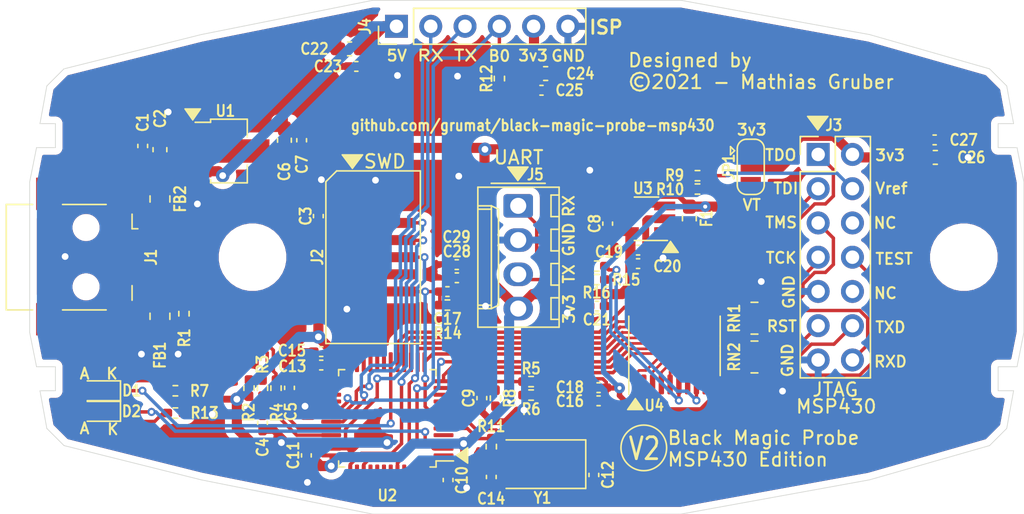
<source format=kicad_pcb>
(kicad_pcb (version 20171130) (host pcbnew "(5.1.10)-1")
  (layers (0 F.Cu signal) (31 B.Cu signal) (35 F.Paste user) (37 F.SilkS user hide) (38 B.Mask user) (39 F.Mask user hide) (44 Edge.Cuts user))
  (net 0 "")
  (net 1 GND)
  (net 2 +5V)
  (net 3 +3V3)
  (net 4 /TVCC)
  (net 5 "Net-(D1-Pad2)")
  (net 6 "Net-(D2-Pad2)")
  (net 7 "Net-(J1-Pad4)")
  (net 8 /NRST)
  (net 9 "Net-(J2-Pad8)")
  (net 10 "Net-(J2-Pad7)")
  (net 11 /TRACESWO)
  (net 12 /SWCLK)
  (net 13 /SWDIO)
  (net 14 /TRXD)
  (net 15 /TTXD)
  (net 16 /TRST)
  (net 17 /TTEST)
  (net 18 /TTCK)
  (net 19 /TTMS)
  (net 20 /TTDI)
  (net 21 /TTDO)
  (net 22 /VREF2)
  (net 23 /JTXD)
  (net 24 /JRXD)
  (net 25 /JRST)
  (net 26 /JTEST)
  (net 27 /JTCK)
  (net 28 /JTMS)
  (net 29 /JTDI)
  (net 30 /JTDO)
  (net 31 "Net-(U2-Pad46)")
  (net 32 "Net-(U2-Pad45)")
  (net 33 "Net-(U2-Pad43)")
  (net 34 "Net-(U2-Pad42)")
  (net 35 "Net-(U2-Pad41)")
  (net 36 "Net-(U2-Pad40)")
  (net 37 "Net-(U2-Pad38)")
  (net 38 "Net-(U2-Pad28)")
  (net 39 "Net-(U2-Pad27)")
  (net 40 "Net-(U2-Pad26)")
  (net 41 "Net-(U2-Pad25)")
  (net 42 "Net-(U2-Pad22)")
  (net 43 "Net-(U2-Pad21)")
  (net 44 "Net-(U2-Pad20)")
  (net 45 "Net-(U2-Pad4)")
  (net 46 "Net-(U2-Pad3)")
  (net 47 /LED_GREEN)
  (net 48 /LED_RED)
  (net 49 GNDA)
  (net 50 /OSC_IN)
  (net 51 /OSC_OUT)
  (net 52 /BOOT0)
  (net 53 /ISP_TX)
  (net 54 /ISP_RX)
  (net 55 /VCC_TOOL)
  (net 56 +3.3VA)
  (net 57 "Net-(FB1-Pad1)")
  (net 58 "Net-(FB2-Pad2)")
  (net 59 /E_USB-)
  (net 60 /E_USB+)
  (net 61 /USB+)
  (net 62 /USB-)
  (net 63 /VCC_OUT)
  (net 64 "Net-(F1-Pad2)")
  (net 65 /LRXD)
  (net 66 /LTXD)
  (net 67 /LRST)
  (net 68 /LTEST)
  (net 69 /LTCK)
  (net 70 /LTDI)
  (net 71 /LTMS)
  (net 72 /LTDO)
  (net 73 "Net-(U2-Pad19)")
  (net 74 "Net-(C8-Pad2)")
  (net 75 "Net-(C14-Pad1)")
  (net 76 "Net-(J3-Pad10)")
  (net 77 "Net-(J3-Pad6)")
  (net 78 "Net-(J5-Pad3)")
  (net 79 "Net-(J5-Pad1)")
  (module Resistor_SMD:R_0402_1005Metric_Pad0.72x0.64mm_HandSolder (layer F.Cu) (at 112.9792 64.7954 180)
    (fp_text reference R10 (at 2.032 -0.0254) (layer F.SilkS) (effects (font (size 0.8128 0.7112) (thickness 0.1524))))
    (fp_text value 4k7)
    (pad 2 smd roundrect (at 0.5975 0 180) (size 0.715 0.64) (layers F.Cu F.Paste F.Mask) (net 74 "Net-(C8-Pad2)"))
    (pad 1 smd roundrect (at -0.5975 0 180) (size 0.715 0.64) (layers F.Cu F.Paste F.Mask) (net 4 /TVCC))
  )
  (module Connector_PinHeader_2.54mm:PinHeader_1x06_P2.54mm_Vertical (layer F.Cu) (at 90.675 52.725 90)
    (fp_text reference J4 (at 0 -2.33 90) (layer F.SilkS) (effects (font (size 0.8128 0.7112) (thickness 0.1524))))
    (fp_text value ISP)
    (pad 6 thru_hole oval (at 0 12.7 90) (size 1.7 1.7) (drill 1) (layers *.Cu *.Mask) (net 1 GND))
    (pad 5 thru_hole oval (at 0 10.16 90) (size 1.7 1.7) (drill 1) (layers *.Cu *.Mask) (net 3 +3V3))
    (pad 4 thru_hole oval (at 0 7.62 90) (size 1.7 1.7) (drill 1) (layers *.Cu *.Mask) (net 52 /BOOT0))
    (pad 3 thru_hole oval (at 0 5.08 90) (size 1.7 1.7) (drill 1) (layers *.Cu *.Mask) (net 53 /ISP_TX))
    (pad 2 thru_hole oval (at 0 2.54 90) (size 1.7 1.7) (drill 1) (layers *.Cu *.Mask) (net 54 /ISP_RX))
    (pad 1 thru_hole rect (at 0 0 90) (size 1.7 1.7) (drill 1) (layers *.Cu *.Mask) (net 2 +5V))
  )
  (module Capacitor_SMD:C_0402_1005Metric_Pad0.74x0.62mm_HandSolder (layer F.Cu) (at 87.7 55.7 180)
    (fp_text reference C23 (at 2.1 0) (layer F.SilkS) (effects (font (size 0.8128 0.7112) (thickness 0.1524))))
    (fp_text value 100nF)
    (pad 2 smd roundrect (at 0.5675 0 180) (size 0.735 0.62) (layers F.Cu F.Paste F.Mask) (net 1 GND))
    (pad 1 smd roundrect (at -0.5675 0 180) (size 0.735 0.62) (layers F.Cu F.Paste F.Mask) (net 2 +5V))
  )
  (module Capacitor_SMD:C_0603_1608Metric_Pad1.08x0.95mm_HandSolder (layer F.Cu) (at 87.2 54.4 180)
    (fp_text reference C22 (at 2.6 0) (layer F.SilkS) (effects (font (size 0.8128 0.7112) (thickness 0.1524))))
    (fp_text value 10uF)
    (pad 2 smd roundrect (at 0.8625 0 180) (size 1.075 0.95) (layers F.Cu F.Paste F.Mask) (net 1 GND))
    (pad 1 smd roundrect (at -0.8625 0 180) (size 1.075 0.95) (layers F.Cu F.Paste F.Mask) (net 2 +5V))
  )
  (module Package_TO_SOT_SMD:SOT-89-3_Handsoldering (layer F.Cu) (at 77.9625 61.975)
    (fp_text reference U1 (at 0.0375 -2.975) (layer F.SilkS) (effects (font (size 0.8128 0.7112) (thickness 0.1524))))
    (fp_text value AMS1117-3.3)
    (pad 2 smd custom (at -2.0625 0) (size 2.475 0.9) (layers F.Cu F.Paste F.Mask) (net 3 +3V3) (options (clearance outline) (anchor rect)) (primitives (gr_poly (pts (xy 1.2375 -0.8665) (xy 5.3625 -0.8665) (xy 5.3625 0.8665) (xy 1.2375 0.8665)) (width 0))))
    (pad 3 smd rect (at -2.15 1.5) (size 2.3 0.9) (layers F.Cu F.Paste F.Mask) (net 2 +5V))
    (pad 1 smd rect (at -2.15 -1.5) (size 2.3 0.9) (layers F.Cu F.Paste F.Mask) (net 1 GND))
  )
  (module Package_SO:TSSOP-20_4.4x6.5mm_P0.65mm (layer F.Cu) (at 111.275 76.425 90)
    (fp_text reference U4 (at -4.425 -1.5 180) (layer F.SilkS) (effects (font (size 0.8128 0.7112) (thickness 0.1524))))
    (fp_text value TXS0108EPWR)
    (pad 20 smd roundrect (at 2.8625 -2.925 90) (size 1.475 0.4) (layers F.Cu F.Paste F.Mask) (net 29 /JTDI))
    (pad 19 smd roundrect (at 2.8625 -2.275 90) (size 1.475 0.4) (layers F.Cu F.Paste F.Mask) (net 3 +3V3))
    (pad 18 smd roundrect (at 2.8625 -1.625 90) (size 1.475 0.4) (layers F.Cu F.Paste F.Mask) (net 30 /JTDO))
    (pad 17 smd roundrect (at 2.8625 -0.975 90) (size 1.475 0.4) (layers F.Cu F.Paste F.Mask) (net 27 /JTCK))
    (pad 16 smd roundrect (at 2.8625 -0.325 90) (size 1.475 0.4) (layers F.Cu F.Paste F.Mask) (net 28 /JTMS))
    (pad 15 smd roundrect (at 2.8625 0.325 90) (size 1.475 0.4) (layers F.Cu F.Paste F.Mask) (net 24 /JRXD))
    (pad 14 smd roundrect (at 2.8625 0.975 90) (size 1.475 0.4) (layers F.Cu F.Paste F.Mask) (net 25 /JRST))
    (pad 13 smd roundrect (at 2.8625 1.625 90) (size 1.475 0.4) (layers F.Cu F.Paste F.Mask) (net 23 /JTXD))
    (pad 12 smd roundrect (at 2.8625 2.275 90) (size 1.475 0.4) (layers F.Cu F.Paste F.Mask) (net 26 /JTEST))
    (pad 11 smd roundrect (at 2.8625 2.925 90) (size 1.475 0.4) (layers F.Cu F.Paste F.Mask) (net 1 GND))
    (pad 10 smd roundrect (at -2.8625 2.925 90) (size 1.475 0.4) (layers F.Cu F.Paste F.Mask) (net 55 /VCC_TOOL))
    (pad 9 smd roundrect (at -2.8625 2.275 90) (size 1.475 0.4) (layers F.Cu F.Paste F.Mask) (net 68 /LTEST))
    (pad 8 smd roundrect (at -2.8625 1.625 90) (size 1.475 0.4) (layers F.Cu F.Paste F.Mask) (net 66 /LTXD))
    (pad 7 smd roundrect (at -2.8625 0.975 90) (size 1.475 0.4) (layers F.Cu F.Paste F.Mask) (net 67 /LRST))
    (pad 6 smd roundrect (at -2.8625 0.325 90) (size 1.475 0.4) (layers F.Cu F.Paste F.Mask) (net 65 /LRXD))
    (pad 5 smd roundrect (at -2.8625 -0.325 90) (size 1.475 0.4) (layers F.Cu F.Paste F.Mask) (net 71 /LTMS))
    (pad 4 smd roundrect (at -2.8625 -0.975 90) (size 1.475 0.4) (layers F.Cu F.Paste F.Mask) (net 69 /LTCK))
    (pad 3 smd roundrect (at -2.8625 -1.625 90) (size 1.475 0.4) (layers F.Cu F.Paste F.Mask) (net 72 /LTDO))
    (pad 2 smd roundrect (at -2.8625 -2.275 90) (size 1.475 0.4) (layers F.Cu F.Paste F.Mask) (net 55 /VCC_TOOL))
    (pad 1 smd roundrect (at -2.8625 -2.925 90) (size 1.475 0.4) (layers F.Cu F.Paste F.Mask) (net 70 /LTDI))
  )
  (module lib:R_Array_Convex_4x0402_hand_soldered (layer F.Cu) (at 117.2 74.375)
    (fp_text reference RN1 (at -1.5 0 90) (layer F.SilkS) (effects (font (size 0.8128 0.7112) (thickness 0.1524))))
    (fp_text value 33)
    (pad 1 smd rect (at -0.55 -0.75) (size 0.6 0.4) (layers F.Cu F.Paste F.Mask) (net 70 /LTDI))
    (pad 3 smd rect (at -0.55 0.25) (size 0.6 0.3) (layers F.Cu F.Paste F.Mask) (net 69 /LTCK))
    (pad 2 smd rect (at -0.55 -0.25) (size 0.6 0.3) (layers F.Cu F.Paste F.Mask) (net 72 /LTDO))
    (pad 4 smd rect (at -0.55 0.75) (size 0.6 0.4) (layers F.Cu F.Paste F.Mask) (net 71 /LTMS))
    (pad 7 smd rect (at 0.55 -0.25) (size 0.6 0.3) (layers F.Cu F.Paste F.Mask) (net 21 /TTDO))
    (pad 8 smd rect (at 0.55 -0.75) (size 0.6 0.4) (layers F.Cu F.Paste F.Mask) (net 20 /TTDI))
    (pad 6 smd rect (at 0.55 0.25) (size 0.6 0.3) (layers F.Cu F.Paste F.Mask) (net 18 /TTCK))
    (pad 5 smd rect (at 0.55 0.75) (size 0.6 0.4) (layers F.Cu F.Paste F.Mask) (net 19 /TTMS))
  )
  (module lib:R_Array_Convex_4x0402_hand_soldered (layer F.Cu) (at 117.2 77.25)
    (fp_text reference RN2 (at -1.5 0 90) (layer F.SilkS) (effects (font (size 0.8128 0.7112) (thickness 0.1524))))
    (fp_text value 33)
    (pad 1 smd rect (at -0.55 -0.75) (size 0.6 0.4) (layers F.Cu F.Paste F.Mask) (net 65 /LRXD))
    (pad 3 smd rect (at -0.55 0.25) (size 0.6 0.3) (layers F.Cu F.Paste F.Mask) (net 66 /LTXD))
    (pad 2 smd rect (at -0.55 -0.25) (size 0.6 0.3) (layers F.Cu F.Paste F.Mask) (net 67 /LRST))
    (pad 4 smd rect (at -0.55 0.75) (size 0.6 0.4) (layers F.Cu F.Paste F.Mask) (net 68 /LTEST))
    (pad 7 smd rect (at 0.55 -0.25) (size 0.6 0.3) (layers F.Cu F.Paste F.Mask) (net 16 /TRST))
    (pad 8 smd rect (at 0.55 -0.75) (size 0.6 0.4) (layers F.Cu F.Paste F.Mask) (net 14 /TRXD))
    (pad 6 smd rect (at 0.55 0.25) (size 0.6 0.3) (layers F.Cu F.Paste F.Mask) (net 15 /TTXD))
    (pad 5 smd rect (at 0.55 0.75) (size 0.6 0.4) (layers F.Cu F.Paste F.Mask) (net 17 /TTEST))
  )
  (module Package_TO_SOT_SMD:SOT-23-5_HandSoldering (layer F.Cu) (at 109.2 67 180)
    (fp_text reference U3 (at 0.2594 2.2554) (layer F.SilkS) (effects (font (size 0.8128 0.7112) (thickness 0.1524))))
    (fp_text value AD8531ARTZ)
    (pad 5 smd rect (at 1.35 -0.95 180) (size 1.56 0.65) (layers F.Cu F.Paste F.Mask) (net 3 +3V3))
    (pad 4 smd rect (at 1.35 0.95 180) (size 1.56 0.65) (layers F.Cu F.Paste F.Mask) (net 55 /VCC_TOOL))
    (pad 3 smd rect (at -1.35 0.95 180) (size 1.56 0.65) (layers F.Cu F.Paste F.Mask) (net 74 "Net-(C8-Pad2)"))
    (pad 2 smd rect (at -1.35 0 180) (size 1.56 0.65) (layers F.Cu F.Paste F.Mask) (net 1 GND))
    (pad 1 smd rect (at -1.35 -0.95 180) (size 1.56 0.65) (layers F.Cu F.Paste F.Mask) (net 64 "Net-(F1-Pad2)"))
  )
  (module Jumper:SolderJumper-3_P1.3mm_Bridged12_RoundedPad1.0x1.5mm (layer F.Cu) (at 116.925 63.15 270)
    (fp_text reference JP1 (at 0 1.625 270) (layer F.SilkS) (effects (font (size 0.8128 0.7112) (thickness 0.1524))))
    (fp_text value VCC_SEL)
    (fp_poly (pts (xy -0.9 -0.3) (xy -0.4 -0.3) (xy -0.4 0.3) (xy -0.9 0.3)) (layer F.Cu) (width 0))
    (pad 1 smd custom (at -1.3 0 270) (size 1 0.5) (layers F.Cu F.Mask) (net 3 +3V3) (options (clearance outline) (anchor rect)) (primitives (gr_circle (center 0 0.25) (end 0.5 0.25) (width 0)) (gr_circle (center 0 -0.25) (end 0.5 -0.25) (width 0)) (gr_poly (pts (xy 0.55 -0.75) (xy 0 -0.75) (xy 0 0.75) (xy 0.55 0.75)) (width 0))))
    (pad 2 smd rect (at 0 0 270) (size 1 1.5) (layers F.Cu F.Mask) (net 63 /VCC_OUT))
    (pad 3 smd custom (at 1.3 0 270) (size 1 0.5) (layers F.Cu F.Mask) (net 55 /VCC_TOOL) (options (clearance outline) (anchor rect)) (primitives (gr_circle (center 0 0.25) (end 0.5 0.25) (width 0)) (gr_circle (center 0 -0.25) (end 0.5 -0.25) (width 0)) (gr_poly (pts (xy -0.55 -0.75) (xy 0 -0.75) (xy 0 0.75) (xy -0.55 0.75)) (width 0))))
  )
  (module Fuse:Fuse_0603_1608Metric_Pad1.05x0.95mm_HandSolder (layer F.Cu) (at 112.375 66.975 270)
    (fp_text reference F1 (at 0 -1.275 90) (layer F.SilkS) (effects (font (size 0.8128 0.7112) (thickness 0.1524))))
    (fp_text value Polyfuse)
    (pad 2 smd roundrect (at 0.875 0 270) (size 1.05 0.95) (layers F.Cu F.Paste F.Mask) (net 64 "Net-(F1-Pad2)"))
    (pad 1 smd roundrect (at -0.875 0 270) (size 1.05 0.95) (layers F.Cu F.Paste F.Mask) (net 55 /VCC_TOOL))
  )
  (module lib:PinHeader_2x05_P1.27mm_Vertical_SMD_case (layer F.Cu) (at 88.945 69.85)
    (fp_text reference J2 (at -4.135 -0.01 90) (layer F.SilkS) (effects (font (size 0.8128 0.7112) (thickness 0.1524))))
    (fp_text value SWD)
    (pad 1 smd rect (at -1.95 -2.54) (size 2.4 0.74) (layers F.Cu F.Paste F.Mask) (net 3 +3V3))
    (pad 2 smd rect (at 1.95 -2.54) (size 2.4 0.74) (layers F.Cu F.Paste F.Mask) (net 13 /SWDIO))
    (pad 3 smd rect (at -1.95 -1.27) (size 2.4 0.74) (layers F.Cu F.Paste F.Mask) (net 1 GND))
    (pad 4 smd rect (at 1.95 -1.27) (size 2.4 0.74) (layers F.Cu F.Paste F.Mask) (net 12 /SWCLK))
    (pad 5 smd rect (at -1.95 0) (size 2.4 0.74) (layers F.Cu F.Paste F.Mask) (net 1 GND))
    (pad 6 smd rect (at 1.95 0) (size 2.4 0.74) (layers F.Cu F.Paste F.Mask) (net 11 /TRACESWO))
    (pad 7 smd rect (at -1.95 1.27) (size 2.4 0.74) (layers F.Cu F.Paste F.Mask) (net 10 "Net-(J2-Pad7)"))
    (pad 8 smd rect (at 1.95 1.27) (size 2.4 0.74) (layers F.Cu F.Paste F.Mask) (net 9 "Net-(J2-Pad8)"))
    (pad 9 smd rect (at -1.95 2.54) (size 2.4 0.74) (layers F.Cu F.Paste F.Mask) (net 1 GND))
    (pad 10 smd rect (at 1.95 2.54) (size 2.4 0.74) (layers F.Cu F.Paste F.Mask) (net 8 /NRST))
  )
  (module Capacitor_SMD:C_0402_1005Metric_Pad0.74x0.62mm_HandSolder (layer F.Cu) (at 82.75 79.54 90)
    (fp_text reference C5 (at -1.76 0.09 90) (layer F.SilkS) (effects (font (size 0.8128 0.7112) (thickness 0.1524))))
    (fp_text value 20pF)
    (pad 2 smd roundrect (at 0.5675 0 90) (size 0.735 0.62) (layers F.Cu F.Paste F.Mask) (net 1 GND))
    (pad 1 smd roundrect (at -0.5675 0 90) (size 0.735 0.62) (layers F.Cu F.Paste F.Mask) (net 62 /USB-))
  )
  (module Capacitor_SMD:C_0402_1005Metric_Pad0.74x0.62mm_HandSolder (layer F.Cu) (at 80.75 82.13 270)
    (fp_text reference C4 (at 1.83 -0.01 90) (layer F.SilkS) (effects (font (size 0.8128 0.7112) (thickness 0.1524))))
    (fp_text value 20pF)
    (pad 2 smd roundrect (at 0.5675 0 270) (size 0.735 0.62) (layers F.Cu F.Paste F.Mask) (net 1 GND))
    (pad 1 smd roundrect (at -0.5675 0 270) (size 0.735 0.62) (layers F.Cu F.Paste F.Mask) (net 61 /USB+))
  )
  (module Resistor_SMD:R_0402_1005Metric_Pad0.72x0.64mm_HandSolder (layer F.Cu) (at 105.52 71.51)
    (fp_text reference R16 (at -0.02 0.965) (layer F.SilkS) (effects (font (size 0.8128 0.7112) (thickness 0.1524))))
    (fp_text value 330)
    (pad 2 smd roundrect (at 0.5975 0) (size 0.715 0.64) (layers F.Cu F.Paste F.Mask) (net 66 /LTXD))
    (pad 1 smd roundrect (at -0.5975 0) (size 0.715 0.64) (layers F.Cu F.Paste F.Mask) (net 78 "Net-(J5-Pad3)"))
  )
  (module Resistor_SMD:R_0402_1005Metric_Pad0.72x0.64mm_HandSolder (layer F.Cu) (at 105.52 70.51)
    (fp_text reference R15 (at 2.18 1.015) (layer F.SilkS) (effects (font (size 0.8128 0.7112) (thickness 0.1524))))
    (fp_text value 330)
    (pad 2 smd roundrect (at 0.5975 0) (size 0.715 0.64) (layers F.Cu F.Paste F.Mask) (net 65 /LRXD))
    (pad 1 smd roundrect (at -0.5975 0) (size 0.715 0.64) (layers F.Cu F.Paste F.Mask) (net 79 "Net-(J5-Pad1)"))
  )
  (module Capacitor_SMD:C_0603_1608Metric_Pad1.08x0.95mm_HandSolder (layer F.Cu) (at 130.6 62.45 180)
    (fp_text reference C26 (at -2.67 0) (layer F.SilkS) (effects (font (size 0.8128 0.7112) (thickness 0.1524))))
    (fp_text value 22uF)
    (pad 2 smd roundrect (at 0.8625 0 180) (size 1.075 0.95) (layers F.Cu F.Paste F.Mask) (net 63 /VCC_OUT))
    (pad 1 smd roundrect (at -0.8625 0 180) (size 1.075 0.95) (layers F.Cu F.Paste F.Mask) (net 1 GND))
  )
  (module Capacitor_SMD:C_0402_1005Metric_Pad0.74x0.62mm_HandSolder (layer F.Cu) (at 101.42 57.47)
    (fp_text reference C25 (at 2.08 0) (layer F.SilkS) (effects (font (size 0.8128 0.7112) (thickness 0.1524))))
    (fp_text value 100nF)
    (pad 2 smd roundrect (at 0.5675 0) (size 0.735 0.62) (layers F.Cu F.Paste F.Mask) (net 1 GND))
    (pad 1 smd roundrect (at -0.5675 0) (size 0.735 0.62) (layers F.Cu F.Paste F.Mask) (net 3 +3V3))
  )
  (module Capacitor_SMD:C_0603_1608Metric_Pad1.08x0.95mm_HandSolder (layer F.Cu) (at 101.7275 56.23 180)
    (fp_text reference C24 (at -2.5725 -0.01) (layer F.SilkS) (effects (font (size 0.8128 0.7112) (thickness 0.1524))))
    (fp_text value 22uF)
    (pad 2 smd roundrect (at 0.8625 0 180) (size 1.075 0.95) (layers F.Cu F.Paste F.Mask) (net 3 +3V3))
    (pad 1 smd roundrect (at -0.8625 0 180) (size 1.075 0.95) (layers F.Cu F.Paste F.Mask) (net 1 GND))
  )
  (module Resistor_SMD:R_0402_1005Metric_Pad0.72x0.64mm_HandSolder (layer F.Cu) (at 100.65 79.075 180)
    (fp_text reference R5 (at 0 0.97) (layer F.SilkS) (effects (font (size 0.8128 0.7112) (thickness 0.1524))))
    (fp_text value 4k7)
    (pad 2 smd roundrect (at 0.5975 0 180) (size 0.715 0.64) (layers F.Cu F.Paste F.Mask) (net 22 /VREF2))
    (pad 1 smd roundrect (at -0.5975 0 180) (size 0.715 0.64) (layers F.Cu F.Paste F.Mask) (net 55 /VCC_TOOL))
  )
  (module Resistor_SMD:R_0402_1005Metric_Pad0.72x0.64mm_HandSolder (layer F.Cu) (at 100.65 80.075)
    (fp_text reference R6 (at 0 1.05) (layer F.SilkS) (effects (font (size 0.8128 0.7112) (thickness 0.1524))))
    (fp_text value 4k7)
    (pad 2 smd roundrect (at 0.5975 0) (size 0.715 0.64) (layers F.Cu F.Paste F.Mask) (net 1 GND))
    (pad 1 smd roundrect (at -0.5975 0) (size 0.715 0.64) (layers F.Cu F.Paste F.Mask) (net 22 /VREF2))
  )
  (module Resistor_SMD:R_0402_1005Metric_Pad0.72x0.64mm_HandSolder (layer F.Cu) (at 112.9792 63.8048 180)
    (fp_text reference R9 (at 1.7018 0.0254) (layer F.SilkS) (effects (font (size 0.8128 0.7112) (thickness 0.1524))))
    (fp_text value 47K)
    (pad 2 smd roundrect (at 0.5975 0 180) (size 0.715 0.64) (layers F.Cu F.Paste F.Mask) (net 3 +3V3))
    (pad 1 smd roundrect (at -0.5975 0 180) (size 0.715 0.64) (layers F.Cu F.Paste F.Mask) (net 4 /TVCC))
  )
  (module Resistor_SMD:R_0402_1005Metric_Pad0.72x0.64mm_HandSolder (layer F.Cu) (at 94.45 73.4)
    (fp_text reference R14 (at 0.025 2.075) (layer F.SilkS) (effects (font (size 0.8128 0.7112) (thickness 0.1524))))
    (fp_text value 100K)
    (pad 2 smd roundrect (at 0.5975 0) (size 0.715 0.64) (layers F.Cu F.Paste F.Mask) (net 3 +3V3))
    (pad 1 smd roundrect (at -0.5975 0) (size 0.715 0.64) (layers F.Cu F.Paste F.Mask) (net 8 /NRST))
  )
  (module Resistor_SMD:R_0402_1005Metric_Pad0.72x0.64mm_HandSolder (layer F.Cu) (at 74.295 81.407)
    (fp_text reference R13 (at 2.165 -0.007) (layer F.SilkS) (effects (font (size 0.8128 0.7112) (thickness 0.1524))))
    (fp_text value 1K)
    (pad 2 smd roundrect (at 0.5975 0) (size 0.715 0.64) (layers F.Cu F.Paste F.Mask) (net 3 +3V3))
    (pad 1 smd roundrect (at -0.5975 0) (size 0.715 0.64) (layers F.Cu F.Paste F.Mask) (net 6 "Net-(D2-Pad2)"))
  )
  (module Resistor_SMD:R_0402_1005Metric_Pad0.72x0.64mm_HandSolder (layer F.Cu) (at 98.3 56.6 90)
    (fp_text reference R12 (at 0 -0.95 90) (layer F.SilkS) (effects (font (size 0.8128 0.7112) (thickness 0.1524))))
    (fp_text value 100K)
    (pad 2 smd roundrect (at 0.5975 0 90) (size 0.715 0.64) (layers F.Cu F.Paste F.Mask) (net 52 /BOOT0))
    (pad 1 smd roundrect (at -0.5975 0 90) (size 0.715 0.64) (layers F.Cu F.Paste F.Mask) (net 1 GND))
  )
  (module Resistor_SMD:R_0402_1005Metric_Pad0.72x0.64mm_HandSolder (layer F.Cu) (at 97.7 83.9 90)
    (fp_text reference R11 (at 1.51 0 180) (layer F.SilkS) (effects (font (size 0.8128 0.7112) (thickness 0.1524))))
    (fp_text value 2k)
    (pad 2 smd roundrect (at 0.5975 0 90) (size 0.715 0.64) (layers F.Cu F.Paste F.Mask) (net 50 /OSC_IN))
    (pad 1 smd roundrect (at -0.5975 0 90) (size 0.715 0.64) (layers F.Cu F.Paste F.Mask) (net 75 "Net-(C14-Pad1)"))
  )
  (module Resistor_SMD:R_0402_1005Metric_Pad0.72x0.64mm_HandSolder (layer F.Cu) (at 74.295 79.756)
    (fp_text reference R7 (at 1.785 0.014) (layer F.SilkS) (effects (font (size 0.8128 0.7112) (thickness 0.1524))))
    (fp_text value 1K)
    (pad 2 smd roundrect (at 0.5975 0) (size 0.715 0.64) (layers F.Cu F.Paste F.Mask) (net 3 +3V3))
    (pad 1 smd roundrect (at -0.5975 0) (size 0.715 0.64) (layers F.Cu F.Paste F.Mask) (net 5 "Net-(D1-Pad2)"))
  )
  (module Resistor_SMD:R_0402_1005Metric_Pad0.72x0.64mm_HandSolder (layer F.Cu) (at 81.75 79.56 90)
    (fp_text reference R4 (at -1.8 0.06 90) (layer F.SilkS) (effects (font (size 0.8128 0.7112) (thickness 0.1524))))
    (fp_text value 22)
    (pad 2 smd roundrect (at 0.5975 0 90) (size 0.715 0.64) (layers F.Cu F.Paste F.Mask) (net 59 /E_USB-))
    (pad 1 smd roundrect (at -0.5975 0 90) (size 0.715 0.64) (layers F.Cu F.Paste F.Mask) (net 62 /USB-))
  )
  (module Resistor_SMD:R_0402_1005Metric_Pad0.72x0.64mm_HandSolder (layer F.Cu) (at 80.75 79.56 90)
    (fp_text reference R3 (at 1.76 0 90) (layer F.SilkS) (effects (font (size 0.8128 0.7112) (thickness 0.1524))))
    (fp_text value 22)
    (pad 2 smd roundrect (at 0.5975 0 90) (size 0.715 0.64) (layers F.Cu F.Paste F.Mask) (net 60 /E_USB+))
    (pad 1 smd roundrect (at -0.5975 0 90) (size 0.715 0.64) (layers F.Cu F.Paste F.Mask) (net 61 /USB+))
  )
  (module Resistor_SMD:R_0402_1005Metric_Pad0.72x0.64mm_HandSolder (layer F.Cu) (at 79.75 79.56 270)
    (fp_text reference R2 (at 1.79 0.02 90) (layer F.SilkS) (effects (font (size 0.8128 0.7112) (thickness 0.1524))))
    (fp_text value 1K5)
    (pad 2 smd roundrect (at 0.5975 0 270) (size 0.715 0.64) (layers F.Cu F.Paste F.Mask) (net 3 +3V3))
    (pad 1 smd roundrect (at -0.5975 0 270) (size 0.715 0.64) (layers F.Cu F.Paste F.Mask) (net 60 /E_USB+))
  )
  (module Resistor_SMD:R_0402_1005Metric_Pad0.72x0.64mm_HandSolder (layer F.Cu) (at 74.93 74.041 90)
    (fp_text reference R1 (at -1.789 0.03 90) (layer F.SilkS) (effects (font (size 0.8128 0.7112) (thickness 0.1524))))
    (fp_text value 100K)
    (pad 2 smd roundrect (at 0.5975 0 90) (size 0.715 0.64) (layers F.Cu F.Paste F.Mask) (net 7 "Net-(J1-Pad4)"))
    (pad 1 smd roundrect (at -0.5975 0 90) (size 0.715 0.64) (layers F.Cu F.Paste F.Mask) (net 1 GND))
  )
  (module Capacitor_SMD:C_0402_1005Metric_Pad0.74x0.62mm_HandSolder (layer F.Cu) (at 130.55 61.15)
    (fp_text reference C27 (at 2.15 0) (layer F.SilkS) (effects (font (size 0.8128 0.7112) (thickness 0.1524))))
    (fp_text value 100nF)
    (pad 2 smd roundrect (at 0.5675 0) (size 0.735 0.62) (layers F.Cu F.Paste F.Mask) (net 1 GND))
    (pad 1 smd roundrect (at -0.5675 0) (size 0.735 0.62) (layers F.Cu F.Paste F.Mask) (net 63 /VCC_OUT))
  )
  (module Capacitor_SMD:C_0402_1005Metric_Pad0.74x0.62mm_HandSolder (layer F.Cu) (at 108.575 70.325 180)
    (fp_text reference C20 (at -2.175 -0.2) (layer F.SilkS) (effects (font (size 0.8128 0.7112) (thickness 0.1524))))
    (fp_text value 100nF)
    (pad 2 smd roundrect (at 0.5675 0 180) (size 0.735 0.62) (layers F.Cu F.Paste F.Mask) (net 3 +3V3))
    (pad 1 smd roundrect (at -0.5675 0 180) (size 0.735 0.62) (layers F.Cu F.Paste F.Mask) (net 1 GND))
  )
  (module Capacitor_SMD:C_0402_1005Metric_Pad0.74x0.62mm_HandSolder (layer F.Cu) (at 108.575 69.325)
    (fp_text reference C19 (at -2.15 0.125) (layer F.SilkS) (effects (font (size 0.8128 0.7112) (thickness 0.1524))))
    (fp_text value 10uF)
    (pad 2 smd roundrect (at 0.5675 0) (size 0.735 0.62) (layers F.Cu F.Paste F.Mask) (net 1 GND))
    (pad 1 smd roundrect (at -0.5675 0) (size 0.735 0.62) (layers F.Cu F.Paste F.Mask) (net 3 +3V3))
  )
  (module Capacitor_SMD:C_0402_1005Metric_Pad0.74x0.62mm_HandSolder (layer F.Cu) (at 105.65 79.525 180)
    (fp_text reference C18 (at 2.125 0.025) (layer F.SilkS) (effects (font (size 0.8128 0.7112) (thickness 0.1524))))
    (fp_text value 10uF)
    (pad 2 smd roundrect (at 0.5675 0 180) (size 0.735 0.62) (layers F.Cu F.Paste F.Mask) (net 1 GND))
    (pad 1 smd roundrect (at -0.5675 0 180) (size 0.735 0.62) (layers F.Cu F.Paste F.Mask) (net 55 /VCC_TOOL))
  )
  (module Capacitor_SMD:C_0402_1005Metric_Pad0.74x0.62mm_HandSolder (layer F.Cu) (at 105.65 80.5 180)
    (fp_text reference C16 (at 2.125 -0.025) (layer F.SilkS) (effects (font (size 0.8128 0.7112) (thickness 0.1524))))
    (fp_text value 100nF)
    (pad 2 smd roundrect (at 0.5675 0 180) (size 0.735 0.62) (layers F.Cu F.Paste F.Mask) (net 1 GND))
    (pad 1 smd roundrect (at -0.5675 0 180) (size 0.735 0.62) (layers F.Cu F.Paste F.Mask) (net 55 /VCC_TOOL))
  )
  (module Capacitor_SMD:C_0402_1005Metric_Pad0.74x0.62mm_HandSolder (layer F.Cu) (at 95.1425 70.4 180)
    (fp_text reference C29 (at 0.0175 2.05) (layer F.SilkS) (effects (font (size 0.8128 0.7112) (thickness 0.1524))))
    (fp_text value 100nF)
    (pad 2 smd roundrect (at 0.5675 0 180) (size 0.735 0.62) (layers F.Cu F.Paste F.Mask) (net 1 GND))
    (pad 1 smd roundrect (at -0.5675 0 180) (size 0.735 0.62) (layers F.Cu F.Paste F.Mask) (net 3 +3V3))
  )
  (module Capacitor_SMD:C_0402_1005Metric_Pad0.74x0.62mm_HandSolder (layer F.Cu) (at 95.15 71.375 180)
    (fp_text reference C28 (at 0 1.95) (layer F.SilkS) (effects (font (size 0.8128 0.7112) (thickness 0.1524))))
    (fp_text value 10uF)
    (pad 2 smd roundrect (at 0.5675 0 180) (size 0.735 0.62) (layers F.Cu F.Paste F.Mask) (net 1 GND))
    (pad 1 smd roundrect (at -0.5675 0 180) (size 0.735 0.62) (layers F.Cu F.Paste F.Mask) (net 3 +3V3))
  )
  (module Capacitor_SMD:C_0402_1005Metric_Pad0.74x0.62mm_HandSolder (layer F.Cu) (at 105.54 73.475)
    (fp_text reference C21 (at -0.015 1) (layer F.SilkS) (effects (font (size 0.8128 0.7112) (thickness 0.1524))))
    (fp_text value 100nF)
    (pad 2 smd roundrect (at 0.5675 0) (size 0.735 0.62) (layers F.Cu F.Paste F.Mask) (net 3 +3V3))
    (pad 1 smd roundrect (at -0.5675 0) (size 0.735 0.62) (layers F.Cu F.Paste F.Mask) (net 1 GND))
  )
  (module Capacitor_SMD:C_0402_1005Metric_Pad0.74x0.62mm_HandSolder (layer F.Cu) (at 106.3244 67.3608 90)
    (fp_text reference C8 (at 0 -0.9652 90) (layer F.SilkS) (effects (font (size 0.8128 0.7112) (thickness 0.1524))))
    (fp_text value 100nF)
    (pad 2 smd roundrect (at 0.5675 0 90) (size 0.735 0.62) (layers F.Cu F.Paste F.Mask) (net 74 "Net-(C8-Pad2)"))
    (pad 1 smd roundrect (at -0.5675 0 90) (size 0.735 0.62) (layers F.Cu F.Paste F.Mask) (net 1 GND))
  )
  (module Capacitor_SMD:C_0402_1005Metric_Pad0.74x0.62mm_HandSolder (layer F.Cu) (at 94.45 72.4)
    (fp_text reference C17 (at 0 2.025) (layer F.SilkS) (effects (font (size 0.8128 0.7112) (thickness 0.1524))))
    (fp_text value 100nF)
    (pad 2 smd roundrect (at 0.5675 0) (size 0.735 0.62) (layers F.Cu F.Paste F.Mask) (net 1 GND))
    (pad 1 smd roundrect (at -0.5675 0) (size 0.735 0.62) (layers F.Cu F.Paste F.Mask) (net 8 /NRST))
  )
  (module Capacitor_SMD:C_0402_1005Metric_Pad0.74x0.62mm_HandSolder (layer F.Cu) (at 85.1 76.85 180)
    (fp_text reference C15 (at 2.17 0.07) (layer F.SilkS) (effects (font (size 0.8128 0.7112) (thickness 0.1524))))
    (fp_text value 10uF)
    (pad 2 smd roundrect (at 0.5675 0 180) (size 0.735 0.62) (layers F.Cu F.Paste F.Mask) (net 1 GND))
    (pad 1 smd roundrect (at -0.5675 0 180) (size 0.735 0.62) (layers F.Cu F.Paste F.Mask) (net 3 +3V3))
  )
  (module Capacitor_SMD:C_0402_1005Metric_Pad0.74x0.62mm_HandSolder (layer F.Cu) (at 97.7 86.15 270)
    (fp_text reference C14 (at 1.61 0.01 180) (layer F.SilkS) (effects (font (size 0.8128 0.7112) (thickness 0.1524))))
    (fp_text value 20pF)
    (pad 2 smd roundrect (at 0.5675 0 270) (size 0.735 0.62) (layers F.Cu F.Paste F.Mask) (net 1 GND))
    (pad 1 smd roundrect (at -0.5675 0 270) (size 0.735 0.62) (layers F.Cu F.Paste F.Mask) (net 75 "Net-(C14-Pad1)"))
  )
  (module Capacitor_SMD:C_0402_1005Metric_Pad0.74x0.62mm_HandSolder (layer F.Cu) (at 85.1 77.85 180)
    (fp_text reference C13 (at 2.14 -0.09) (layer F.SilkS) (effects (font (size 0.8128 0.7112) (thickness 0.1524))))
    (fp_text value 100nF)
    (pad 2 smd roundrect (at 0.5675 0 180) (size 0.735 0.62) (layers F.Cu F.Paste F.Mask) (net 1 GND))
    (pad 1 smd roundrect (at -0.5675 0 180) (size 0.735 0.62) (layers F.Cu F.Paste F.Mask) (net 3 +3V3))
  )
  (module Capacitor_SMD:C_0402_1005Metric_Pad0.74x0.62mm_HandSolder (layer F.Cu) (at 105.3 86 270)
    (fp_text reference C12 (at -0.01 -1.04 90) (layer F.SilkS) (effects (font (size 0.8128 0.7112) (thickness 0.1524))))
    (fp_text value 20pF)
    (pad 2 smd roundrect (at 0.5675 0 270) (size 0.735 0.62) (layers F.Cu F.Paste F.Mask) (net 1 GND))
    (pad 1 smd roundrect (at -0.5675 0 270) (size 0.735 0.62) (layers F.Cu F.Paste F.Mask) (net 51 /OSC_OUT))
  )
  (module Capacitor_SMD:C_0402_1005Metric_Pad0.74x0.62mm_HandSolder (layer F.Cu) (at 84 84.55 90)
    (fp_text reference C11 (at 0.01 -0.97 90) (layer F.SilkS) (effects (font (size 0.8128 0.7112) (thickness 0.1524))))
    (fp_text value 100nF)
    (pad 2 smd roundrect (at 0.5675 0 90) (size 0.735 0.62) (layers F.Cu F.Paste F.Mask) (net 1 GND))
    (pad 1 smd roundrect (at -0.5675 0 90) (size 0.735 0.62) (layers F.Cu F.Paste F.Mask) (net 3 +3V3))
  )
  (module Capacitor_SMD:C_0402_1005Metric_Pad0.74x0.62mm_HandSolder (layer F.Cu) (at 94.5 86.375 270)
    (fp_text reference C10 (at 0.01 -1.02 90) (layer F.SilkS) (effects (font (size 0.8128 0.7112) (thickness 0.1524))))
    (fp_text value 100nF)
    (pad 2 smd roundrect (at 0.5675 0 270) (size 0.735 0.62) (layers F.Cu F.Paste F.Mask) (net 1 GND))
    (pad 1 smd roundrect (at -0.5675 0 270) (size 0.735 0.62) (layers F.Cu F.Paste F.Mask) (net 3 +3V3))
  )
  (module Capacitor_SMD:C_0402_1005Metric_Pad0.74x0.62mm_HandSolder (layer F.Cu) (at 83.65 61.175 90)
    (fp_text reference C7 (at -1.791 0.0175 90) (layer F.SilkS) (effects (font (size 0.8128 0.7112) (thickness 0.1524))))
    (fp_text value 100nF)
    (pad 2 smd roundrect (at 0.5675 0 90) (size 0.735 0.62) (layers F.Cu F.Paste F.Mask) (net 1 GND))
    (pad 1 smd roundrect (at -0.5675 0 90) (size 0.735 0.62) (layers F.Cu F.Paste F.Mask) (net 3 +3V3))
  )
  (module Capacitor_SMD:C_0402_1005Metric_Pad0.74x0.62mm_HandSolder (layer F.Cu) (at 84.8868 66.802 90)
    (fp_text reference C3 (at 0 -0.9398 270) (layer F.SilkS) (effects (font (size 0.8128 0.7112) (thickness 0.1524))))
    (fp_text value 100nF)
    (pad 2 smd roundrect (at 0.5675 0 90) (size 0.735 0.62) (layers F.Cu F.Paste F.Mask) (net 1 GND))
    (pad 1 smd roundrect (at -0.5675 0 90) (size 0.735 0.62) (layers F.Cu F.Paste F.Mask) (net 3 +3V3))
  )
  (module Capacitor_SMD:C_0402_1005Metric_Pad0.74x0.62mm_HandSolder (layer F.Cu) (at 71.875 61.6 90)
    (fp_text reference C1 (at 1.742 0.003 90) (layer F.SilkS) (effects (font (size 0.8128 0.7112) (thickness 0.1524))))
    (fp_text value 100nF)
    (pad 2 smd roundrect (at 0.5675 0 90) (size 0.735 0.62) (layers F.Cu F.Paste F.Mask) (net 1 GND))
    (pad 1 smd roundrect (at -0.5675 0 90) (size 0.735 0.62) (layers F.Cu F.Paste F.Mask) (net 2 +5V))
  )
  (module Resistor_SMD:R_0402_1005Metric_Pad0.72x0.64mm_HandSolder (layer F.Cu) (at 98.01 80.31 90)
    (fp_text reference R8 (at 0 1.06 90) (layer F.SilkS) (effects (font (size 0.8128 0.7112) (thickness 0.1524))))
    (fp_text value 100)
    (pad 2 smd roundrect (at 0.5975 0 90) (size 0.715 0.64) (layers F.Cu F.Paste F.Mask) (net 56 +3.3VA))
    (pad 1 smd roundrect (at -0.5975 0 90) (size 0.715 0.64) (layers F.Cu F.Paste F.Mask) (net 3 +3V3))
  )
  (module Capacitor_SMD:C_0402_1005Metric_Pad0.74x0.62mm_HandSolder (layer F.Cu) (at 97 80.3 90)
    (fp_text reference C9 (at 0 -0.97 90) (layer F.SilkS) (effects (font (size 0.8128 0.7112) (thickness 0.1524))))
    (fp_text value 470nF)
    (pad 2 smd roundrect (at 0.5675 0 90) (size 0.735 0.62) (layers F.Cu F.Paste F.Mask) (net 56 +3.3VA))
    (pad 1 smd roundrect (at -0.5675 0 90) (size 0.735 0.62) (layers F.Cu F.Paste F.Mask) (net 49 GNDA))
  )
  (module Package_QFP:LQFP-48_7x7mm_P0.5mm (layer F.Cu) (at 90 81.8 180)
    (fp_text reference U2 (at 0 -5.72) (layer F.SilkS) (effects (font (size 0.8128 0.7112) (thickness 0.1524))))
    (fp_text value STM32F103CBT6)
    (pad 48 smd roundrect (at -2.75 -4.1625 180) (size 0.3 1.475) (layers F.Cu F.Paste F.Mask) (net 3 +3V3))
    (pad 47 smd roundrect (at -2.25 -4.1625 180) (size 0.3 1.475) (layers F.Cu F.Paste F.Mask) (net 1 GND))
    (pad 46 smd roundrect (at -1.75 -4.1625 180) (size 0.3 1.475) (layers F.Cu F.Paste F.Mask) (net 31 "Net-(U2-Pad46)"))
    (pad 45 smd roundrect (at -1.25 -4.1625 180) (size 0.3 1.475) (layers F.Cu F.Paste F.Mask) (net 32 "Net-(U2-Pad45)"))
    (pad 44 smd roundrect (at -0.75 -4.1625 180) (size 0.3 1.475) (layers F.Cu F.Paste F.Mask) (net 52 /BOOT0))
    (pad 43 smd roundrect (at -0.25 -4.1625 180) (size 0.3 1.475) (layers F.Cu F.Paste F.Mask) (net 33 "Net-(U2-Pad43)"))
    (pad 42 smd roundrect (at 0.25 -4.1625 180) (size 0.3 1.475) (layers F.Cu F.Paste F.Mask) (net 34 "Net-(U2-Pad42)"))
    (pad 41 smd roundrect (at 0.75 -4.1625 180) (size 0.3 1.475) (layers F.Cu F.Paste F.Mask) (net 35 "Net-(U2-Pad41)"))
    (pad 40 smd roundrect (at 1.25 -4.1625 180) (size 0.3 1.475) (layers F.Cu F.Paste F.Mask) (net 36 "Net-(U2-Pad40)"))
    (pad 39 smd roundrect (at 1.75 -4.1625 180) (size 0.3 1.475) (layers F.Cu F.Paste F.Mask) (net 11 /TRACESWO))
    (pad 38 smd roundrect (at 2.25 -4.1625 180) (size 0.3 1.475) (layers F.Cu F.Paste F.Mask) (net 37 "Net-(U2-Pad38)"))
    (pad 37 smd roundrect (at 2.75 -4.1625 180) (size 0.3 1.475) (layers F.Cu F.Paste F.Mask) (net 12 /SWCLK))
    (pad 36 smd roundrect (at 4.1625 -2.75 180) (size 1.475 0.3) (layers F.Cu F.Paste F.Mask) (net 3 +3V3))
    (pad 35 smd roundrect (at 4.1625 -2.25 180) (size 1.475 0.3) (layers F.Cu F.Paste F.Mask) (net 1 GND))
    (pad 34 smd roundrect (at 4.1625 -1.75 180) (size 1.475 0.3) (layers F.Cu F.Paste F.Mask) (net 13 /SWDIO))
    (pad 33 smd roundrect (at 4.1625 -1.25 180) (size 1.475 0.3) (layers F.Cu F.Paste F.Mask) (net 61 /USB+))
    (pad 32 smd roundrect (at 4.1625 -0.75 180) (size 1.475 0.3) (layers F.Cu F.Paste F.Mask) (net 62 /USB-))
    (pad 31 smd roundrect (at 4.1625 -0.25 180) (size 1.475 0.3) (layers F.Cu F.Paste F.Mask) (net 54 /ISP_RX))
    (pad 30 smd roundrect (at 4.1625 0.25 180) (size 1.475 0.3) (layers F.Cu F.Paste F.Mask) (net 53 /ISP_TX))
    (pad 29 smd roundrect (at 4.1625 0.75 180) (size 1.475 0.3) (layers F.Cu F.Paste F.Mask) (net 25 /JRST))
    (pad 28 smd roundrect (at 4.1625 1.25 180) (size 1.475 0.3) (layers F.Cu F.Paste F.Mask) (net 38 "Net-(U2-Pad28)"))
    (pad 27 smd roundrect (at 4.1625 1.75 180) (size 1.475 0.3) (layers F.Cu F.Paste F.Mask) (net 39 "Net-(U2-Pad27)"))
    (pad 26 smd roundrect (at 4.1625 2.25 180) (size 1.475 0.3) (layers F.Cu F.Paste F.Mask) (net 40 "Net-(U2-Pad26)"))
    (pad 25 smd roundrect (at 4.1625 2.75 180) (size 1.475 0.3) (layers F.Cu F.Paste F.Mask) (net 41 "Net-(U2-Pad25)"))
    (pad 24 smd roundrect (at 2.75 4.1625 180) (size 0.3 1.475) (layers F.Cu F.Paste F.Mask) (net 3 +3V3))
    (pad 23 smd roundrect (at 2.25 4.1625 180) (size 0.3 1.475) (layers F.Cu F.Paste F.Mask) (net 1 GND))
    (pad 22 smd roundrect (at 1.75 4.1625 180) (size 0.3 1.475) (layers F.Cu F.Paste F.Mask) (net 42 "Net-(U2-Pad22)"))
    (pad 21 smd roundrect (at 1.25 4.1625 180) (size 0.3 1.475) (layers F.Cu F.Paste F.Mask) (net 43 "Net-(U2-Pad21)"))
    (pad 20 smd roundrect (at 0.75 4.1625 180) (size 0.3 1.475) (layers F.Cu F.Paste F.Mask) (net 44 "Net-(U2-Pad20)"))
    (pad 19 smd roundrect (at 0.25 4.1625 180) (size 0.3 1.475) (layers F.Cu F.Paste F.Mask) (net 73 "Net-(U2-Pad19)"))
    (pad 18 smd roundrect (at -0.25 4.1625 180) (size 0.3 1.475) (layers F.Cu F.Paste F.Mask) (net 47 /LED_GREEN))
    (pad 17 smd roundrect (at -0.75 4.1625 180) (size 0.3 1.475) (layers F.Cu F.Paste F.Mask) (net 29 /JTDI))
    (pad 16 smd roundrect (at -1.25 4.1625 180) (size 0.3 1.475) (layers F.Cu F.Paste F.Mask) (net 30 /JTDO))
    (pad 15 smd roundrect (at -1.75 4.1625 180) (size 0.3 1.475) (layers F.Cu F.Paste F.Mask) (net 27 /JTCK))
    (pad 14 smd roundrect (at -2.25 4.1625 180) (size 0.3 1.475) (layers F.Cu F.Paste F.Mask) (net 28 /JTMS))
    (pad 13 smd roundrect (at -2.75 4.1625 180) (size 0.3 1.475) (layers F.Cu F.Paste F.Mask) (net 24 /JRXD))
    (pad 12 smd roundrect (at -4.1625 2.75 180) (size 1.475 0.3) (layers F.Cu F.Paste F.Mask) (net 23 /JTXD))
    (pad 11 smd roundrect (at -4.1625 2.25 180) (size 1.475 0.3) (layers F.Cu F.Paste F.Mask) (net 26 /JTEST))
    (pad 10 smd roundrect (at -4.1625 1.75 180) (size 1.475 0.3) (layers F.Cu F.Paste F.Mask) (net 22 /VREF2))
    (pad 9 smd roundrect (at -4.1625 1.25 180) (size 1.475 0.3) (layers F.Cu F.Paste F.Mask) (net 56 +3.3VA))
    (pad 8 smd roundrect (at -4.1625 0.75 180) (size 1.475 0.3) (layers F.Cu F.Paste F.Mask) (net 49 GNDA))
    (pad 7 smd roundrect (at -4.1625 0.25 180) (size 1.475 0.3) (layers F.Cu F.Paste F.Mask) (net 8 /NRST))
    (pad 6 smd roundrect (at -4.1625 -0.25 180) (size 1.475 0.3) (layers F.Cu F.Paste F.Mask) (net 51 /OSC_OUT))
    (pad 5 smd roundrect (at -4.1625 -0.75 180) (size 1.475 0.3) (layers F.Cu F.Paste F.Mask) (net 50 /OSC_IN))
    (pad 4 smd roundrect (at -4.1625 -1.25 180) (size 1.475 0.3) (layers F.Cu F.Paste F.Mask) (net 45 "Net-(U2-Pad4)"))
    (pad 3 smd roundrect (at -4.1625 -1.75 180) (size 1.475 0.3) (layers F.Cu F.Paste F.Mask) (net 46 "Net-(U2-Pad3)"))
    (pad 2 smd roundrect (at -4.1625 -2.25 180) (size 1.475 0.3) (layers F.Cu F.Paste F.Mask) (net 48 /LED_RED))
    (pad 1 smd roundrect (at -4.1625 -2.75 180) (size 1.475 0.3) (layers F.Cu F.Paste F.Mask) (net 3 +3V3))
  )
  (module Resistor_SMD:R_0805_2012Metric_Pad1.20x1.40mm_HandSolder (layer F.Cu) (at 73.152 65.532 270)
    (fp_text reference FB2 (at -0.007 -1.498 90) (layer F.SilkS) (effects (font (size 0.8128 0.7112) (thickness 0.1524))))
    (fp_text value 600)
    (pad 2 smd roundrect (at 1 0 270) (size 1.2 1.4) (layers F.Cu F.Paste F.Mask) (roundrect_rratio 0.208333) (net 58 "Net-(FB2-Pad2)"))
    (pad 1 smd roundrect (at -1 0 270) (size 1.2 1.4) (layers F.Cu F.Paste F.Mask) (roundrect_rratio 0.208333) (net 2 +5V))
  )
  (module Resistor_SMD:R_0805_2012Metric_Pad1.20x1.40mm_HandSolder (layer F.Cu) (at 73.152 74.2315 270)
    (fp_text reference FB1 (at 2.8885 0.002 90) (layer F.SilkS) (effects (font (size 0.8128 0.7112) (thickness 0.1524))))
    (fp_text value 600)
    (pad 2 smd roundrect (at 1 0 270) (size 1.2 1.4) (layers F.Cu F.Paste F.Mask) (roundrect_rratio 0.208333) (net 1 GND))
    (pad 1 smd roundrect (at -1 0 270) (size 1.2 1.4) (layers F.Cu F.Paste F.Mask) (roundrect_rratio 0.208333) (net 57 "Net-(FB1-Pad1)"))
  )
  (module lib:USB_Mini-B_Lumberg_2486_01_Horizontal_hand_soldered (layer F.Cu) (at 67.675 69.85 270)
    (fp_text reference J1 (at 0 -4.815 90) (layer F.SilkS) (effects (font (size 0.8128 0.7112) (thickness 0.1524))))
    (fp_text value USB_B_Micro)
    (pad 1 smd rect (at -1.6 -2.9 270) (size 0.5 2.4) (layers F.Cu F.Paste F.Mask) (net 58 "Net-(FB2-Pad2)"))
    (pad 2 smd rect (at -0.8 -2.9 270) (size 0.5 2.4) (layers F.Cu F.Paste F.Mask) (net 59 /E_USB-))
    (pad 3 smd rect (at 0 -2.9 270) (size 0.5 2.4) (layers F.Cu F.Paste F.Mask) (net 60 /E_USB+))
    (pad 4 smd rect (at 0.8 -2.9 270) (size 0.5 2.4) (layers F.Cu F.Paste F.Mask) (net 7 "Net-(J1-Pad4)"))
    (pad 5 smd rect (at 1.6 -2.9 270) (size 0.5 2.4) (layers F.Cu F.Paste F.Mask) (net 57 "Net-(FB1-Pad1)"))
    (pad 6 smd rect (at -4.6 -2.6 270) (size 2.4 1.7) (layers F.Cu F.Paste F.Mask) (net 1 GND))
    (pad 6 smd rect (at -4.7 2.85 270) (size 2.4 1.7) (layers F.Cu F.Paste F.Mask) (net 1 GND))
    (pad 6 smd rect (at 4.6 -2.6 270) (size 2.4 1.7) (layers F.Cu F.Paste F.Mask) (net 1 GND))
    (pad 6 smd rect (at 4.6 2.85 270) (size 2.4 1.7) (layers F.Cu F.Paste F.Mask) (net 1 GND))
    (pad "" np_thru_hole circle (at -2.2 0 270) (size 1 1) (drill 1) (layers *.Cu *.Mask))
    (pad "" np_thru_hole circle (at 2.2 0 270) (size 1 1) (drill 1) (layers *.Cu *.Mask))
  )
  (module NetTie:NetTie-2_SMD_Pad0.5mm (layer F.Cu) (at 98.25 82.05)
    (fp_text reference NT1 hide)
    (fp_text value 0 hide)
    (fp_poly (pts (xy -0.5 -0.25) (xy 0.5 -0.25) (xy 0.5 0.25) (xy -0.5 0.25)) (layer F.Cu) (width 0))
    (pad 2 smd circle (at 0.5 0) (size 0.5 0.5) (layers F.Cu) (net 1 GND))
    (pad 1 smd circle (at -0.5 0) (size 0.5 0.5) (layers F.Cu) (net 49 GNDA))
  )
  (module Crystal:Crystal_SMD_Abracon_ABM3-2Pin_5.0x3.2mm (layer F.Cu) (at 101.5 85.2 180)
    (fp_text reference Y1 (at 0 -2.5 180) (layer F.SilkS) (effects (font (size 0.8128 0.7112) (thickness 0.1524))))
    (fp_text value 8MHz)
    (pad 2 smd rect (at 2.05 0 180) (size 1.9 2.4) (layers F.Cu F.Paste F.Mask) (net 75 "Net-(C14-Pad1)"))
    (pad 1 smd rect (at -2.05 0 180) (size 1.9 2.4) (layers F.Cu F.Paste F.Mask) (net 51 /OSC_OUT))
  )
  (module MountingHole:MountingHole_4mm (layer F.Cu) (at 132.715 69.85)
    (fp_text reference H2 hide)
    (fp_text value MountingHole)
    (pad 1 np_thru_hole circle (at 0 0) (size 4 4) (drill 4) (layers *.Cu *.Mask))
  )
  (module MountingHole:MountingHole_4mm (layer F.Cu) (at 80.01 69.85)
    (fp_text reference H1 hide)
    (fp_text value MountingHole)
    (pad 1 np_thru_hole circle (at 0 0) (size 4 4) (drill 4) (layers *.Cu *.Mask))
  )
  (module Connector_Molex:Molex_KK-254_AE-6410-04A_1x04_P2.54mm_Vertical (layer F.Cu) (at 99.695 66.04 270)
    (fp_text reference J5 (at -2.32 -1.265 180) (layer F.SilkS) (effects (font (size 0.8128 0.7112) (thickness 0.1524))))
    (fp_text value RS232)
    (pad 4 thru_hole oval (at 7.62 0 270) (size 1.74 2.19) (drill 1.19) (layers *.Cu *.Mask) (net 3 +3V3))
    (pad 3 thru_hole oval (at 5.08 0 270) (size 1.74 2.19) (drill 1.19) (layers *.Cu *.Mask) (net 78 "Net-(J5-Pad3)"))
    (pad 2 thru_hole oval (at 2.54 0 270) (size 1.74 2.19) (drill 1.19) (layers *.Cu *.Mask) (net 1 GND))
    (pad 1 thru_hole roundrect (at 0 0 270) (size 1.74 2.19) (drill 1.19) (layers *.Cu *.Mask) (roundrect_rratio 0.143678) (net 79 "Net-(J5-Pad1)"))
  )
  (module Connector_PinHeader_2.54mm:PinHeader_2x07_P2.54mm_Vertical (layer F.Cu) (at 121.92 62.23)
    (fp_text reference J3 (at 1.16 -2.17) (layer F.SilkS) (effects (font (size 0.8128 0.7112) (thickness 0.1524))))
    (fp_text value JTAG)
    (pad 14 thru_hole oval (at 2.54 15.24) (size 1.7 1.7) (drill 1) (layers *.Cu *.Mask) (net 14 /TRXD))
    (pad 13 thru_hole oval (at 0 15.24) (size 1.7 1.7) (drill 1) (layers *.Cu *.Mask) (net 1 GND))
    (pad 12 thru_hole oval (at 2.54 12.7) (size 1.7 1.7) (drill 1) (layers *.Cu *.Mask) (net 15 /TTXD))
    (pad 11 thru_hole oval (at 0 12.7) (size 1.7 1.7) (drill 1) (layers *.Cu *.Mask) (net 16 /TRST))
    (pad 10 thru_hole oval (at 2.54 10.16) (size 1.7 1.7) (drill 1) (layers *.Cu *.Mask) (net 76 "Net-(J3-Pad10)"))
    (pad 9 thru_hole oval (at 0 10.16) (size 1.7 1.7) (drill 1) (layers *.Cu *.Mask) (net 1 GND))
    (pad 8 thru_hole oval (at 2.54 7.62) (size 1.7 1.7) (drill 1) (layers *.Cu *.Mask) (net 17 /TTEST))
    (pad 7 thru_hole oval (at 0 7.62) (size 1.7 1.7) (drill 1) (layers *.Cu *.Mask) (net 18 /TTCK))
    (pad 6 thru_hole oval (at 2.54 5.08) (size 1.7 1.7) (drill 1) (layers *.Cu *.Mask) (net 77 "Net-(J3-Pad6)"))
    (pad 5 thru_hole oval (at 0 5.08) (size 1.7 1.7) (drill 1) (layers *.Cu *.Mask) (net 19 /TTMS))
    (pad 4 thru_hole oval (at 2.54 2.54) (size 1.7 1.7) (drill 1) (layers *.Cu *.Mask) (net 4 /TVCC))
    (pad 3 thru_hole oval (at 0 2.54) (size 1.7 1.7) (drill 1) (layers *.Cu *.Mask) (net 20 /TTDI))
    (pad 2 thru_hole oval (at 2.54 0) (size 1.7 1.7) (drill 1) (layers *.Cu *.Mask) (net 63 /VCC_OUT))
    (pad 1 thru_hole rect (at 0 0) (size 1.7 1.7) (drill 1) (layers *.Cu *.Mask) (net 21 /TTDO))
  )
  (module LED_SMD:LED_0603_1608Metric_Pad1.05x0.95mm_HandSolder (layer F.Cu) (at 68.566 81.28 180)
    (fp_text reference D2 (at -2.474 0) (layer F.SilkS) (effects (font (size 0.8128 0.7112) (thickness 0.1524))))
    (fp_text value RED)
    (pad 2 smd roundrect (at 0.875 0 180) (size 1.05 0.95) (layers F.Cu F.Paste F.Mask) (net 6 "Net-(D2-Pad2)"))
    (pad 1 smd roundrect (at -0.875 0 180) (size 1.05 0.95) (layers F.Cu F.Paste F.Mask) (net 48 /LED_RED))
  )
  (module LED_SMD:LED_0603_1608Metric_Pad1.05x0.95mm_HandSolder (layer F.Cu) (at 68.566 79.756 180)
    (fp_text reference D1 (at -2.494 0.016) (layer F.SilkS) (effects (font (size 0.8128 0.7112) (thickness 0.1524))))
    (fp_text value GREEN)
    (pad 2 smd roundrect (at 0.875 0 180) (size 1.05 0.95) (layers F.Cu F.Paste F.Mask) (net 5 "Net-(D1-Pad2)"))
    (pad 1 smd roundrect (at -0.875 0 180) (size 1.05 0.95) (layers F.Cu F.Paste F.Mask) (net 47 /LED_GREEN))
  )
  (module Capacitor_SMD:C_0603_1608Metric_Pad1.08x0.95mm_HandSolder (layer F.Cu) (at 82.375 61.175 90)
    (fp_text reference C6 (at -2.331 -0.0085 90) (layer F.SilkS) (effects (font (size 0.8128 0.7112) (thickness 0.1524))))
    (fp_text value 22uF)
    (pad 2 smd roundrect (at 0.8625 0 90) (size 1.075 0.95) (layers F.Cu F.Paste F.Mask) (net 1 GND))
    (pad 1 smd roundrect (at -0.8625 0 90) (size 1.075 0.95) (layers F.Cu F.Paste F.Mask) (net 3 +3V3))
  )
  (module Capacitor_SMD:C_0603_1608Metric_Pad1.08x0.95mm_HandSolder (layer F.Cu) (at 73.15 61.875 90)
    (fp_text reference C2 (at 2.302 0.014 270) (layer F.SilkS) (effects (font (size 0.8128 0.7112) (thickness 0.1524))))
    (fp_text value 10uF)
    (pad 2 smd roundrect (at 0.8625 0 90) (size 1.075 0.95) (layers F.Cu F.Paste F.Mask) (net 1 GND))
    (pad 1 smd roundrect (at -0.8625 0 90) (size 1.075 0.95) (layers F.Cu F.Paste F.Mask) (net 2 +5V))
  )
  (gr_text 5V (at 90.7 54.9) (layer F.SilkS) (effects (font (size 0.8128 0.8128) (thickness 0.1524))))
  (gr_poly (pts (xy 75.58 59.68) (xy 75 58.85) (xy 76.16 58.85)) (layer F.SilkS) (width 0.1))
  (gr_poly (pts (xy 95.125 84.55) (xy 95.955 83.97) (xy 95.955 85.13)) (layer F.SilkS) (width 0.1))
  (gr_poly (pts (xy 110.98 68.67) (xy 111.56 69.5) (xy 110.4 69.5)) (layer F.SilkS) (width 0.1))
  (gr_text VT (at 117 65.975) (layer F.SilkS) (effects (font (size 0.8128 0.8128) (thickness 0.1524))))
  (gr_text 3v3 (at 117 60.4) (layer F.SilkS) (effects (font (size 0.8128 0.8128) (thickness 0.1524))))
  (gr_circle (center 109 83.991892) (end 109.95 82.591892) (layer F.SilkS) (width 0.12))
  (gr_text V2 (at 109.05 84.05) (layer F.SilkS) (effects (font (size 1.6256 1.27) (thickness 0.2032))))
  (gr_text GND (at 119.65 77.5 90) (layer F.SilkS) (effects (font (size 0.8128 0.8128) (thickness 0.1524))))
  (gr_text K (at 69.6595 82.6135) (layer F.SilkS) (effects (font (size 0.8128 0.8128) (thickness 0.1524))))
  (gr_text K (at 69.596 78.486) (layer F.SilkS) (effects (font (size 0.8128 0.8128) (thickness 0.1524))))
  (gr_text A (at 67.564 78.486) (layer F.SilkS) (effects (font (size 0.8128 0.8128) (thickness 0.1524))))
  (gr_text A (at 67.564 82.55) (layer F.SilkS) (effects (font (size 0.8128 0.8128) (thickness 0.1524))))
  (gr_text MSP430 (at 123.26 80.925) (layer F.SilkS) (effects (font (size 1 1))))
  (gr_text NC (at 126.9 72.517) (layer F.SilkS) (effects (font (size 0.8128 0.8128) (thickness 0.1524))))
  (gr_text NC (at 126.875 67.31) (layer F.SilkS) (effects (font (size 0.8128 0.8128) (thickness 0.1524))))
  (gr_poly (pts (xy 121.89 60.42) (xy 121.128 59.404) (xy 122.652 59.404)) (layer F.SilkS) (width 0.1))
  (gr_poly (pts (xy 108.375 80.325) (xy 108.955 81.155) (xy 107.795 81.155)) (layer F.SilkS) (width 0.1))
  (gr_poly (pts (xy 87.41 63.27) (xy 86.648 62.254) (xy 88.172 62.254)) (layer F.SilkS) (width 0.1))
  (gr_poly (pts (xy 99.67 64.175) (xy 98.908 63.159) (xy 100.432 63.159)) (layer F.SilkS) (width 0.1))
  (gr_text 3v3 (at 103.46 73.68 90) (layer F.SilkS) (effects (font (size 0.8128 0.8128) (thickness 0.1524))))
  (gr_text TX (at 103.45 71.09 90) (layer F.SilkS) (effects (font (size 0.8128 0.8128) (thickness 0.1524))))
  (gr_text GND (at 103.44 68.54 90) (layer F.SilkS) (effects (font (size 0.8128 0.8128) (thickness 0.1524))))
  (gr_text RX (at 103.44 66.06 90) (layer F.SilkS) (effects (font (size 0.8128 0.8128) (thickness 0.1524))))
  (gr_text github.com/grumat/black-magic-probe-msp430 (at 100.775 60.075) (layer F.SilkS) (effects (font (size 0.8128 0.7112) (thickness 0.1524))))
  (gr_text "Designed by\n©2021 - Mathias Gruber" (at 107.75 56.05) (layer F.SilkS) (effects (font (size 1 1)) (justify left)))
  (gr_text "Black Magic Probe\nMSP430 Edition" (at 110.675 84.05) (layer F.SilkS) (effects (font (size 1 1)) (justify left)))
  (gr_text RXD (at 127.275 77.597) (layer F.SilkS) (effects (font (size 0.8128 0.8128) (thickness 0.1524))))
  (gr_text TXD (at 127.275 75.05) (layer F.SilkS) (effects (font (size 0.8128 0.8128) (thickness 0.1524))))
  (gr_text TEST (at 127.55 69.975) (layer F.SilkS) (effects (font (size 0.8128 0.8128) (thickness 0.1524))))
  (gr_text Vref (at 127.35 64.75) (layer F.SilkS) (effects (font (size 0.8128 0.8128) (thickness 0.1524))))
  (gr_text 3v3 (at 127.25 62.2935) (layer F.SilkS) (effects (font (size 0.8128 0.8128) (thickness 0.1524))))
  (gr_text RST (at 119.225 74.975) (layer F.SilkS) (effects (font (size 0.8128 0.8128) (thickness 0.1524))))
  (gr_text GND (at 119.75 72.425 90) (layer F.SilkS) (effects (font (size 0.8128 0.8128) (thickness 0.1524))))
  (gr_text TCK (at 119.175 69.9) (layer F.SilkS) (effects (font (size 0.8128 0.8128) (thickness 0.1524))))
  (gr_text TMS (at 119.175 67.275) (layer F.SilkS) (effects (font (size 0.8128 0.8128) (thickness 0.1524))))
  (gr_text TDI (at 119.525 64.75) (layer F.SilkS) (effects (font (size 0.8128 0.8128) (thickness 0.1524))))
  (gr_text TDO (at 119.15 62.275) (layer F.SilkS) (effects (font (size 0.8128 0.8128) (thickness 0.1524))))
  (gr_text UART (at 99.725 62.45) (layer F.SilkS) (effects (font (size 1 1))))
  (gr_text SWD (at 89.81 62.75) (layer F.SilkS) (effects (font (size 1 1))))
  (gr_text JTAG (at 123.19 79.675) (layer F.SilkS) (effects (font (size 1 1))))
  (gr_text RX (at 93.2 54.9) (layer F.SilkS) (effects (font (size 0.8128 1) (thickness 0.1524))))
  (gr_text GND (at 103.4 54.92) (layer F.SilkS) (effects (font (size 0.8128 0.8128) (thickness 0.1524))))
  (gr_text 3v3 (at 100.8 54.9) (layer F.SilkS) (effects (font (size 0.8128 0.8128) (thickness 0.1524))))
  (gr_text B0 (at 98.3 54.925) (layer F.SilkS) (effects (font (size 0.8128 0.8128) (thickness 0.1524))))
  (gr_text TX (at 95.8 54.9) (layer F.SilkS) (effects (font (size 0.8128 1) (thickness 0.1524))))
  (gr_text ISP (at 106.2 52.8) (layer F.SilkS) (effects (font (size 1 1) (thickness 0.2))))
  (gr_line (start 64.262 79.756) (end 64.77 82.55) (layer Edge.Cuts) (width 0.05))
  (gr_line (start 65.405 79.756) (end 64.262 79.756) (layer Edge.Cuts) (width 0.05))
  (gr_line (start 65.405 77.978) (end 65.405 79.756) (layer Edge.Cuts) (width 0.05))
  (gr_line (start 64.008 77.978) (end 65.405 77.978) (layer Edge.Cuts) (width 0.05))
  (gr_line (start 64.262 59.944) (end 64.77 57.15) (layer Edge.Cuts) (width 0.05))
  (gr_line (start 65.405 59.944) (end 64.262 59.944) (layer Edge.Cuts) (width 0.05))
  (gr_line (start 65.405 61.722) (end 65.405 59.944) (layer Edge.Cuts) (width 0.05))
  (gr_line (start 64.008 61.722) (end 65.405 61.722) (layer Edge.Cuts) (width 0.05))
  (gr_line (start 136.398 79.756) (end 135.89 82.55) (layer Edge.Cuts) (width 0.05))
  (gr_line (start 135.255 79.756) (end 136.398 79.756) (layer Edge.Cuts) (width 0.05))
  (gr_line (start 135.255 77.978) (end 135.255 79.756) (layer Edge.Cuts) (width 0.05))
  (gr_line (start 136.652 77.978) (end 135.255 77.978) (layer Edge.Cuts) (width 0.05))
  (gr_line (start 135.89 57.15) (end 136.398 59.944) (layer Edge.Cuts) (width 0.05))
  (gr_line (start 135.255 59.944) (end 136.398 59.944) (layer Edge.Cuts) (width 0.05))
  (gr_line (start 135.255 61.722) (end 135.255 59.944) (layer Edge.Cuts) (width 0.05))
  (gr_line (start 136.652 61.722) (end 135.255 61.722) (layer Edge.Cuts) (width 0.05))
  (gr_line (start 137.16 64.262) (end 136.652 61.722) (layer Edge.Cuts) (width 0.05))
  (gr_line (start 66.04 55.88) (end 76.2 53.34) (layer Edge.Cuts) (width 0.05))
  (gr_line (start 64.77 57.15) (end 66.04 55.88) (layer Edge.Cuts) (width 0.05))
  (gr_line (start 135.89 57.15) (end 134.62 55.88) (layer Edge.Cuts) (width 0.05))
  (gr_line (start 134.62 83.82) (end 135.89 82.55) (layer Edge.Cuts) (width 0.05))
  (gr_line (start 66.04 83.82) (end 64.77 82.55) (layer Edge.Cuts) (width 0.05))
  (gr_line (start 76.2 86.36) (end 66.04 83.82) (layer Edge.Cuts) (width 0.05))
  (gr_line (start 125.73 86.36) (end 134.62 83.82) (layer Edge.Cuts) (width 0.05))
  (gr_line (start 134.62 55.88) (end 125.73 53.34) (layer Edge.Cuts) (width 0.05))
  (gr_line (start 88.9 88.9) (end 76.2 86.36) (layer Edge.Cuts) (width 0.05))
  (gr_line (start 111.76 88.9) (end 125.73 86.36) (layer Edge.Cuts) (width 0.05))
  (gr_line (start 64.008 77.978) (end 63.5 75.438) (layer Edge.Cuts) (width 0.05))
  (gr_line (start 63.5 64.262) (end 64.008 61.722) (layer Edge.Cuts) (width 0.05))
  (gr_line (start 88.9 50.8) (end 76.2 53.34) (layer Edge.Cuts) (width 0.05))
  (gr_line (start 125.73 53.34) (end 111.76 50.8) (layer Edge.Cuts) (width 0.05))
  (gr_line (start 136.652 77.978) (end 137.16 75.438) (layer Edge.Cuts) (width 0.05))
  (gr_line (start 63.5 75.438) (end 63.5 64.262) (layer Edge.Cuts) (width 0.05))
  (gr_line (start 111.76 88.9) (end 88.9 88.9) (layer Edge.Cuts) (width 0.05))
  (gr_line (start 137.16 64.262) (end 137.16 75.438) (layer Edge.Cuts) (width 0.05))
  (gr_line (start 88.9 50.8) (end 111.76 50.8) (layer Edge.Cuts) (width 0.05))
  (segment (start 87.122 72.517) (end 86.995 72.39) (width 0.381) (layer F.Cu) (net 1))
  (segment (start 70.518 74.2) (end 70.418 74.3) (width 0.381) (layer F.Cu) (net 1))
  (segment (start 70.575 74.15) (end 70.275 74.45) (width 0.508) (layer F.Cu) (net 1))
  (segment (start 84.0675 84.05) (end 84 83.9825) (width 0.254) (layer F.Cu) (net 1))
  (segment (start 85.8375 84.05) (end 84.0675 84.05) (width 0.254) (layer F.Cu) (net 1))
  (segment (start 84.5325 77.85) (end 84.5325 76.85) (width 0.254) (layer F.Cu) (net 1))
  (segment (start 87.75 77.6375) (end 87.75 75.85) (width 0.254) (layer F.Cu) (net 1))
  (via (at 87 73.7) (size 1) (drill 0.5) (layers F.Cu B.Cu) (net 1))
  (via (at 97.275 73.475) (size 1) (drill 0.5) (layers F.Cu B.Cu) (net 1))
  (segment (start 84.5325 80.2675) (end 83.9 80.9) (width 0.381) (layer F.Cu) (net 1))
  (segment (start 84.5325 77.85) (end 84.5325 80.2675) (width 0.381) (layer F.Cu) (net 1))
  (segment (start 99.61 81.19) (end 98.75 82.05) (width 0.508) (layer F.Cu) (net 1))
  (segment (start 100.12 81.19) (end 100.12 81.19) (width 0.508) (layer F.Cu) (net 1))
  (via (at 85.11 64.1) (size 1) (drill 0.5) (layers F.Cu B.Cu) (net 1))
  (via (at 89.12 64.14) (size 1) (drill 0.5) (layers F.Cu B.Cu) (net 1))
  (via (at 95.29 63.84) (size 1) (drill 0.5) (layers F.Cu B.Cu) (net 1))
  (via (at 133.03 62.45) (size 1) (drill 0.5) (layers F.Cu B.Cu) (net 1))
  (segment (start 100.12 81.19) (end 99.61 81.19) (width 0.508) (layer F.Cu) (net 1))
  (via (at 100.12 81.19) (size 1) (drill 0.5) (layers F.Cu B.Cu) (net 1))
  (via (at 84.075 86.55) (size 1) (drill 0.5) (layers F.Cu B.Cu) (net 1))
  (segment (start 83.9 80.9) (end 83.9 80.9) (width 0.381) (layer F.Cu) (net 1))
  (via (at 83.9 80.9) (size 1) (drill 0.5) (layers F.Cu B.Cu) (net 1))
  (via (at 89.975 83.6) (size 1) (drill 0.5) (layers F.Cu B.Cu) (net 1))
  (segment (start 87.283018 84.05) (end 87.379009 83.954009) (width 0.254) (layer F.Cu) (net 1))
  (segment (start 85.8375 84.05) (end 87.283018 84.05) (width 0.254) (layer F.Cu) (net 1))
  (segment (start 87.733018 83.6) (end 89.975 83.6) (width 0.75) (layer F.Cu) (net 1))
  (segment (start 87.379009 83.954009) (end 87.733018 83.6) (width 0.75) (layer F.Cu) (net 1))
  (via (at 82.15 83.6) (size 1) (drill 0.5) (layers F.Cu B.Cu) (net 1))
  (segment (start 82.5325 83.9825) (end 82.15 83.6) (width 0.508) (layer F.Cu) (net 1))
  (segment (start 84 83.9825) (end 82.5325 83.9825) (width 0.508) (layer F.Cu) (net 1))
  (segment (start 89.975 83.6) (end 82.15 83.6) (width 0.75) (layer B.Cu) (net 1))
  (segment (start 82.15 83.6) (end 73.9 83.6) (width 0.75) (layer B.Cu) (net 1))
  (via (at 77.025 81.5) (size 1) (drill 0.5) (layers F.Cu B.Cu) (net 1))
  (segment (start 83.9 80.9) (end 83.9 81.5) (width 0.75) (layer B.Cu) (net 1))
  (segment (start 83.9 81.5) (end 88.925 81.5) (width 0.75) (layer B.Cu) (net 1))
  (segment (start 77.025 81.5) (end 83.9 81.5) (width 0.75) (layer B.Cu) (net 1))
  (segment (start 77.025 81.5) (end 74.975 81.5) (width 0.75) (layer B.Cu) (net 1))
  (via (at 66.125 69.8) (size 1) (drill 0.5) (layers F.Cu B.Cu) (net 1))
  (via (at 95.2 56.425) (size 1) (drill 0.5) (layers F.Cu B.Cu) (net 1))
  (via (at 90.75 56.375) (size 1) (drill 0.5) (layers F.Cu B.Cu) (net 1))
  (via (at 105 63.4) (size 1) (drill 0.5) (layers F.Cu B.Cu) (net 1))
  (segment (start 104.9725 73.475) (end 103.85 73.475) (width 0.508) (layer F.Cu) (net 1))
  (via (at 103.325 73.975) (size 1) (drill 0.5) (layers F.Cu B.Cu) (net 1))
  (segment (start 103.35 73.975) (end 103.325 73.975) (width 0.508) (layer F.Cu) (net 1))
  (segment (start 103.85 73.475) (end 103.35 73.975) (width 0.508) (layer F.Cu) (net 1))
  (segment (start 114.2 73.5625) (end 114.2 70.725) (width 0.381) (layer F.Cu) (net 1))
  (via (at 110.425 69.9) (size 1) (drill 0.5) (layers F.Cu B.Cu) (net 1))
  (segment (start 94.5825 71.965) (end 95.0175 72.4) (width 0.381) (layer F.Cu) (net 1))
  (segment (start 94.5825 71.375) (end 94.5825 71.965) (width 0.381) (layer F.Cu) (net 1))
  (segment (start 71.895 61.0125) (end 71.875 61.0325) (width 0.508) (layer F.Cu) (net 1))
  (segment (start 73.15 61.0125) (end 71.895 61.0125) (width 0.508) (layer F.Cu) (net 1))
  (segment (start 109.1425 67.1195) (end 109.1425 69.325) (width 0.508) (layer F.Cu) (net 1))
  (segment (start 109.262 67) (end 109.1425 67.1195) (width 0.508) (layer F.Cu) (net 1))
  (segment (start 110.55 67) (end 109.262 67) (width 0.508) (layer F.Cu) (net 1))
  (segment (start 109.1425 69.325) (end 109.1425 70.325) (width 0.508) (layer F.Cu) (net 1))
  (segment (start 105.0825 79.525) (end 102.225 79.525) (width 0.381) (layer F.Cu) (net 1))
  (segment (start 101.675 80.075) (end 101.2475 80.075) (width 0.381) (layer F.Cu) (net 1))
  (segment (start 102.225 79.525) (end 101.675 80.075) (width 0.381) (layer F.Cu) (net 1))
  (segment (start 101.2475 80.075) (end 101.2475 81.1025) (width 0.381) (layer F.Cu) (net 1))
  (segment (start 101.16 81.19) (end 100.12 81.19) (width 0.508) (layer F.Cu) (net 1))
  (segment (start 101.2475 81.1025) (end 101.16 81.19) (width 0.508) (layer F.Cu) (net 1))
  (segment (start 94.5 86.9425) (end 95.9075 86.9425) (width 0.508) (layer F.Cu) (net 1))
  (via (at 95.875 86.95) (size 1) (drill 0.5) (layers F.Cu B.Cu) (net 1))
  (segment (start 92.25 85.9625) (end 92.25 87.45) (width 0.254) (layer F.Cu) (net 1))
  (via (at 75.925 65.9) (size 1) (drill 0.5) (layers F.Cu B.Cu) (net 1))
  (via (at 71.7804 77.0382) (size 1) (drill 0.5) (layers F.Cu B.Cu) (net 1))
  (via (at 74.4982 77.0382) (size 1) (drill 0.5) (layers F.Cu B.Cu) (net 1))
  (via (at 117.7036 71.6534) (size 1) (drill 0.5) (layers F.Cu B.Cu) (net 1))
  (via (at 119.2784 79.7814) (size 1) (drill 0.5) (layers F.Cu B.Cu) (net 1))
  (via (at 73.7616 59.0804) (size 1) (drill 0.5) (layers F.Cu B.Cu) (net 1))
  (segment (start 73.15 64.53) (end 73.152 64.532) (width 0.75) (layer F.Cu) (net 2))
  (segment (start 73.175 63.475) (end 73.15 63.5) (width 0.75) (layer F.Cu) (net 2))
  (segment (start 75.8125 63.475) (end 73.175 63.475) (width 0.75) (layer F.Cu) (net 2))
  (segment (start 73.15 63.5) (end 73.15 64.53) (width 0.75) (layer F.Cu) (net 2))
  (segment (start 73.15 62.7375) (end 73.15 63.5) (width 0.75) (layer F.Cu) (net 2))
  (segment (start 72.445 62.7375) (end 71.875 62.1675) (width 0.508) (layer F.Cu) (net 2))
  (segment (start 73.15 62.7375) (end 72.445 62.7375) (width 0.508) (layer F.Cu) (net 2))
  (segment (start 90.675 52.775) (end 90.675 52.725) (width 0.254) (layer B.Cu) (net 2))
  (segment (start 89.7375 52.725) (end 88.0625 54.4) (width 0.75) (layer F.Cu) (net 2))
  (segment (start 90.675 52.725) (end 89.7375 52.725) (width 0.75) (layer F.Cu) (net 2))
  (segment (start 88.2675 54.605) (end 88.0625 54.4) (width 0.508) (layer F.Cu) (net 2))
  (segment (start 88.2675 55.7) (end 88.2675 54.605) (width 0.508) (layer F.Cu) (net 2))
  (via (at 77.8 63.8) (size 1) (drill 0.5) (layers F.Cu B.Cu) (net 2))
  (segment (start 77.475 63.475) (end 77.8 63.8) (width 0.75) (layer F.Cu) (net 2))
  (segment (start 75.8125 63.475) (end 77.475 63.475) (width 0.75) (layer F.Cu) (net 2))
  (segment (start 88.875 52.725) (end 90.675 52.725) (width 0.75) (layer B.Cu) (net 2))
  (segment (start 77.8 63.8) (end 88.875 52.725) (width 0.75) (layer B.Cu) (net 2))
  (segment (start 85.6675 76.85) (end 85.6675 77.85) (width 0.4) (layer F.Cu) (net 3))
  (segment (start 85.88 77.6375) (end 85.6675 77.85) (width 0.254) (layer F.Cu) (net 3))
  (segment (start 87.25 77.6375) (end 85.88 77.6375) (width 0.254) (layer F.Cu) (net 3))
  (segment (start 84.89 75.7625) (end 84.89 75.7625) (width 0.75) (layer F.Cu) (net 3))
  (segment (start 85.6675 76.54) (end 84.89 75.7625) (width 0.75) (layer F.Cu) (net 3))
  (segment (start 85.6675 76.85) (end 85.6675 76.54) (width 0.75) (layer F.Cu) (net 3))
  (segment (start 86.995 67.31) (end 84.89 67.31) (width 0.75) (layer F.Cu) (net 3))
  (segment (start 84.89 75.7625) (end 84.89 75.76) (width 0.75) (layer F.Cu) (net 3))
  (segment (start 99.695 73.66) (end 97.2 71.165) (width 0.75) (layer F.Cu) (net 3))
  (segment (start 97.2 71.605) (end 97.2 71.165) (width 0.4) (layer F.Cu) (net 3))
  (segment (start 95.405 73.4) (end 97.2 71.605) (width 0.4) (layer F.Cu) (net 3))
  (segment (start 95.0475 73.4) (end 95.405 73.4) (width 0.4) (layer F.Cu) (net 3))
  (segment (start 97.2 61.85) (end 97.23 61.85) (width 0.75) (layer F.Cu) (net 3))
  (segment (start 100.845 56.25) (end 100.865 56.23) (width 0.75) (layer F.Cu) (net 3))
  (via (at 78.85 80.38) (size 1) (drill 0.5) (layers F.Cu B.Cu) (net 3))
  (segment (start 74.925 80.38) (end 74.8925 80.4125) (width 0.508) (layer F.Cu) (net 3))
  (segment (start 78.85 80.38) (end 74.925 80.38) (width 0.508) (layer F.Cu) (net 3))
  (segment (start 74.8925 80.4125) (end 74.8925 81.407) (width 0.508) (layer F.Cu) (net 3))
  (segment (start 74.8925 79.756) (end 74.8925 80.4125) (width 0.508) (layer F.Cu) (net 3))
  (segment (start 79.0725 80.1575) (end 78.85 80.38) (width 0.508) (layer F.Cu) (net 3))
  (segment (start 79.75 80.1575) (end 79.0725 80.1575) (width 0.508) (layer F.Cu) (net 3))
  (segment (start 83.4675 75.7625) (end 78.85 80.38) (width 0.75) (layer B.Cu) (net 3))
  (segment (start 84.89 75.7625) (end 83.4675 75.7625) (width 0.75) (layer B.Cu) (net 3))
  (segment (start 84 85.1175) (end 84.8275 85.1175) (width 0.75) (layer F.Cu) (net 3))
  (via (at 97.23 61.85) (size 1) (drill 0.5) (layers F.Cu B.Cu) (net 3))
  (segment (start 84.89 75.76) (end 84.89 67.31) (width 0.75) (layer F.Cu) (net 3))
  (via (at 84.89 75.76) (size 1) (drill 0.5) (layers F.Cu B.Cu) (net 3))
  (segment (start 96.99 71.375) (end 97.2 71.165) (width 0.508) (layer F.Cu) (net 3))
  (segment (start 95.7175 71.375) (end 96.99 71.375) (width 0.508) (layer F.Cu) (net 3))
  (segment (start 97.075 70.4) (end 97.2 70.525) (width 0.508) (layer F.Cu) (net 3))
  (segment (start 95.71 70.4) (end 97.075 70.4) (width 0.508) (layer F.Cu) (net 3))
  (segment (start 97.2 70.525) (end 97.2 71.165) (width 0.75) (layer F.Cu) (net 3))
  (segment (start 97.2 61.85) (end 97.2 70.525) (width 0.75) (layer F.Cu) (net 3))
  (via (at 99.021411 80.571227) (size 0.8) (drill 0.3) (layers F.Cu B.Cu) (net 3))
  (segment (start 98.01 80.9075) (end 98.685138 80.9075) (width 0.4) (layer F.Cu) (net 3))
  (segment (start 98.685138 80.9075) (end 99.021411 80.571227) (width 0.4) (layer F.Cu) (net 3))
  (segment (start 82.3125 61.975) (end 82.375 62.0375) (width 0.75) (layer F.Cu) (net 3))
  (segment (start 75.9 61.975) (end 82.3125 61.975) (width 0.75) (layer F.Cu) (net 3))
  (segment (start 83.355 62.0375) (end 83.65 61.7425) (width 0.75) (layer F.Cu) (net 3))
  (segment (start 82.375 62.0375) (end 83.355 62.0375) (width 0.75) (layer F.Cu) (net 3))
  (segment (start 108.0075 71.787502) (end 108.0075 70.325) (width 0.75) (layer F.Cu) (net 3))
  (segment (start 108.0075 70.325) (end 108.0075 69.325) (width 0.75) (layer F.Cu) (net 3))
  (segment (start 108.0075 68.1075) (end 107.85 67.95) (width 0.75) (layer F.Cu) (net 3))
  (segment (start 108.0075 69.325) (end 108.0075 68.1075) (width 0.75) (layer F.Cu) (net 3))
  (segment (start 109 72.780002) (end 108.0075 71.787502) (width 0.381) (layer F.Cu) (net 3))
  (segment (start 109 73.5625) (end 109 72.780002) (width 0.381) (layer F.Cu) (net 3))
  (segment (start 108.0075 71.952502) (end 108.0075 71.787502) (width 0.75) (layer F.Cu) (net 3))
  (segment (start 107.370012 72.58999) (end 108.0075 71.952502) (width 0.75) (layer F.Cu) (net 3))
  (segment (start 99.695 73.66) (end 100.76501 72.58999) (width 0.75) (layer F.Cu) (net 3))
  (segment (start 106.1075 73.475) (end 106.1075 72.59748) (width 0.4) (layer F.Cu) (net 3))
  (segment (start 106.11499 72.58999) (end 107.370012 72.58999) (width 0.75) (layer F.Cu) (net 3))
  (segment (start 106.1075 72.59748) (end 106.11499 72.58999) (width 0.4) (layer F.Cu) (net 3))
  (segment (start 100.76501 72.58999) (end 106.11499 72.58999) (width 0.75) (layer F.Cu) (net 3))
  (segment (start 99.021411 74.333589) (end 99.695 73.66) (width 0.75) (layer B.Cu) (net 3))
  (segment (start 99.021411 80.571227) (end 99.021411 74.333589) (width 0.75) (layer B.Cu) (net 3))
  (segment (start 99.021411 80.571227) (end 96.267893 83.324745) (width 0.75) (layer B.Cu) (net 3))
  (segment (start 94.345 85.9625) (end 94.5 85.8075) (width 0.254) (layer F.Cu) (net 3))
  (segment (start 92.75 85.9625) (end 94.345 85.9625) (width 0.254) (layer F.Cu) (net 3))
  (segment (start 94.1625 85.47) (end 94.5 85.8075) (width 0.254) (layer F.Cu) (net 3))
  (segment (start 94.1625 84.55) (end 94.1625 85.47) (width 0.254) (layer F.Cu) (net 3))
  (via (at 95.65 83.675) (size 1) (drill 0.5) (layers F.Cu B.Cu) (net 3))
  (segment (start 95.65 84.6575) (end 94.5 85.8075) (width 0.508) (layer F.Cu) (net 3))
  (segment (start 95.65 83.675) (end 95.65 84.6575) (width 0.508) (layer F.Cu) (net 3))
  (segment (start 95.917638 83.675) (end 96.267893 83.324745) (width 0.75) (layer B.Cu) (net 3))
  (segment (start 95.65 83.675) (end 95.917638 83.675) (width 0.75) (layer B.Cu) (net 3))
  (segment (start 100.865 52.755) (end 100.835 52.725) (width 0.75) (layer F.Cu) (net 3))
  (segment (start 100.865 56.23) (end 100.865 52.755) (width 0.75) (layer F.Cu) (net 3))
  (segment (start 100.865 57.4575) (end 100.8525 57.47) (width 0.75) (layer F.Cu) (net 3))
  (segment (start 100.865 56.23) (end 100.865 57.4575) (width 0.75) (layer F.Cu) (net 3))
  (segment (start 100.8525 61.8475) (end 100.85 61.85) (width 0.75) (layer F.Cu) (net 3))
  (segment (start 100.8525 57.47) (end 100.8525 61.8475) (width 0.75) (layer F.Cu) (net 3))
  (segment (start 97.23 61.85) (end 100.85 61.85) (width 0.75) (layer F.Cu) (net 3))
  (segment (start 112.3817 61.8643) (end 112.396 61.85) (width 0.4) (layer F.Cu) (net 3))
  (segment (start 112.3817 63.8048) (end 112.3817 61.8643) (width 0.4) (layer F.Cu) (net 3))
  (segment (start 112.396 61.85) (end 116.925 61.85) (width 0.75) (layer F.Cu) (net 3))
  (segment (start 100.85 61.85) (end 112.396 61.85) (width 0.75) (layer F.Cu) (net 3))
  (segment (start 97.1225 61.7425) (end 97.23 61.85) (width 0.75) (layer F.Cu) (net 3))
  (segment (start 86.995 61.7728) (end 87.0253 61.7425) (width 0.75) (layer F.Cu) (net 3))
  (segment (start 86.995 67.31) (end 86.995 61.7728) (width 0.75) (layer F.Cu) (net 3))
  (segment (start 87.0253 61.7425) (end 97.1225 61.7425) (width 0.75) (layer F.Cu) (net 3))
  (segment (start 83.65 61.7425) (end 87.0253 61.7425) (width 0.75) (layer F.Cu) (net 3))
  (segment (start 81.4303 85.1175) (end 84 85.1175) (width 0.75) (layer F.Cu) (net 3))
  (segment (start 78.85 82.5372) (end 81.4303 85.1175) (width 0.75) (layer F.Cu) (net 3))
  (segment (start 78.85 80.38) (end 78.85 82.5372) (width 0.75) (layer F.Cu) (net 3))
  (via (at 85.84 85.34) (size 1) (drill 0.5) (layers F.Cu B.Cu) (net 3))
  (segment (start 85.05 85.34) (end 84.8275 85.1175) (width 0.75) (layer F.Cu) (net 3))
  (segment (start 85.84 85.34) (end 85.05 85.34) (width 0.75) (layer F.Cu) (net 3))
  (segment (start 86.504999 84.675001) (end 85.84 85.34) (width 0.75) (layer B.Cu) (net 3))
  (segment (start 90.924999 84.675001) (end 86.504999 84.675001) (width 0.75) (layer B.Cu) (net 3))
  (segment (start 91.924999 83.675001) (end 90.924999 84.675001) (width 0.75) (layer B.Cu) (net 3))
  (segment (start 95.65 83.675) (end 91.924999 83.675001) (width 0.75) (layer B.Cu) (net 3))
  (segment (start 85.8375 85.3375) (end 85.84 85.34) (width 0.254) (layer F.Cu) (net 3))
  (segment (start 85.8375 84.55) (end 85.8375 85.3375) (width 0.254) (layer F.Cu) (net 3))
  (via (at 115.225 63.625) (size 0.6) (drill 0.3) (layers F.Cu B.Cu) (net 4))
  (segment (start 115.225 63.625) (end 123.315 63.625) (width 0.254) (layer B.Cu) (net 4))
  (segment (start 123.315 63.625) (end 124.46 64.77) (width 0.254) (layer B.Cu) (net 4))
  (segment (start 68.44301 79.00399) (end 67.691 79.756) (width 0.254) (layer F.Cu) (net 5))
  (segment (start 72.63049 79.00399) (end 68.44301 79.00399) (width 0.254) (layer F.Cu) (net 5))
  (segment (start 73.3825 79.756) (end 72.63049 79.00399) (width 0.254) (layer F.Cu) (net 5))
  (segment (start 68.44301 82.03201) (end 67.691 81.28) (width 0.254) (layer F.Cu) (net 6))
  (segment (start 72.75749 82.03201) (end 68.44301 82.03201) (width 0.254) (layer F.Cu) (net 6))
  (segment (start 73.3825 81.407) (end 72.75749 82.03201) (width 0.254) (layer F.Cu) (net 6))
  (segment (start 72.1365 70.65) (end 70.575 70.65) (width 0.254) (layer F.Cu) (net 7))
  (segment (start 74.93 73.4435) (end 72.1365 70.65) (width 0.254) (layer F.Cu) (net 7))
  (segment (start 90.8812 72.4038) (end 90.895 72.39) (width 0.254) (layer F.Cu) (net 8))
  (segment (start 91.693602 72.39) (end 90.895 72.39) (width 0.254) (layer F.Cu) (net 8))
  (segment (start 93.8825 73.37) (end 93.8525 73.4) (width 0.254) (layer F.Cu) (net 8))
  (segment (start 93.8825 72.4) (end 93.8825 73.37) (width 0.254) (layer F.Cu) (net 8))
  (segment (start 92.8 72.4) (end 93.8825 72.4) (width 0.254) (layer F.Cu) (net 8))
  (segment (start 92.8 72.4) (end 90.905 72.4) (width 0.254) (layer F.Cu) (net 8))
  (segment (start 90.905 72.4) (end 90.895 72.39) (width 0.254) (layer F.Cu) (net 8))
  (via (at 92.8 72.4) (size 0.6) (drill 0.3) (layers F.Cu B.Cu) (net 8))
  (via (at 92.8 78.85) (size 0.6) (drill 0.3) (layers F.Cu B.Cu) (net 8))
  (segment (start 92.8 72.4) (end 92.8 78.85) (width 0.254) (layer B.Cu) (net 8))
  (segment (start 92.8 80.922818) (end 93.427182 81.55) (width 0.254) (layer F.Cu) (net 8))
  (segment (start 93.427182 81.55) (end 94.1625 81.55) (width 0.254) (layer F.Cu) (net 8))
  (segment (start 92.8 78.85) (end 92.8 80.922818) (width 0.254) (layer F.Cu) (net 8))
  (via (at 92.75 69.85) (size 0.6) (drill 0.3) (layers F.Cu B.Cu) (net 11))
  (segment (start 92.75 69.85) (end 90.895 69.85) (width 0.254) (layer F.Cu) (net 11))
  (via (at 92.05 78.825) (size 0.6) (drill 0.3) (layers F.Cu B.Cu) (net 11))
  (segment (start 92.222999 78.652001) (end 92.05 78.825) (width 0.254) (layer B.Cu) (net 11))
  (segment (start 92.222999 72.123039) (end 92.222999 78.652001) (width 0.254) (layer B.Cu) (net 11))
  (segment (start 92.75 71.596038) (end 92.222999 72.123039) (width 0.254) (layer B.Cu) (net 11))
  (segment (start 92.75 69.85) (end 92.75 71.596038) (width 0.254) (layer B.Cu) (net 11))
  (segment (start 88.25 85.225) (end 88.25 85.9625) (width 0.254) (layer F.Cu) (net 11))
  (segment (start 88.675 84.8) (end 88.25 85.225) (width 0.254) (layer F.Cu) (net 11))
  (segment (start 90.499683 84.799999) (end 88.675 84.8) (width 0.254) (layer F.Cu) (net 11))
  (segment (start 91.622999 83.676683) (end 90.499683 84.799999) (width 0.254) (layer F.Cu) (net 11))
  (segment (start 91.622999 79.252001) (end 91.622999 83.676683) (width 0.254) (layer F.Cu) (net 11))
  (segment (start 92.05 78.825) (end 91.622999 79.252001) (width 0.254) (layer F.Cu) (net 11))
  (via (at 92.65 68.6) (size 0.6) (drill 0.3) (layers F.Cu B.Cu) (net 12))
  (segment (start 90.915 68.6) (end 90.895 68.58) (width 0.254) (layer F.Cu) (net 12))
  (segment (start 92.65 68.6) (end 90.915 68.6) (width 0.254) (layer F.Cu) (net 12))
  (segment (start 91.818989 71.955693) (end 91.818989 78.081011) (width 0.254) (layer B.Cu) (net 12))
  (segment (start 92.172999 71.601683) (end 91.818989 71.955693) (width 0.254) (layer B.Cu) (net 12))
  (segment (start 92.172999 69.077001) (end 92.172999 71.601683) (width 0.254) (layer B.Cu) (net 12))
  (segment (start 92.65 68.6) (end 92.172999 69.077001) (width 0.254) (layer B.Cu) (net 12))
  (via (at 91.05 79.1) (size 0.6) (drill 0.3) (layers F.Cu B.Cu) (net 12))
  (segment (start 91.05 78.85) (end 91.05 79.1) (width 0.254) (layer B.Cu) (net 12))
  (segment (start 91.818989 78.081011) (end 91.05 78.85) (width 0.254) (layer B.Cu) (net 12))
  (segment (start 88.07901 84.39599) (end 87.25 85.225) (width 0.254) (layer F.Cu) (net 12))
  (segment (start 87.25 85.225) (end 87.25 85.9625) (width 0.254) (layer F.Cu) (net 12))
  (segment (start 90.332336 84.39599) (end 88.07901 84.39599) (width 0.254) (layer F.Cu) (net 12))
  (segment (start 91.05 83.678326) (end 90.332336 84.39599) (width 0.254) (layer F.Cu) (net 12))
  (segment (start 91.05 79.1) (end 91.05 83.678326) (width 0.254) (layer F.Cu) (net 12))
  (via (at 92.6 67.3) (size 0.6) (drill 0.3) (layers F.Cu B.Cu) (net 13))
  (segment (start 90.905 67.3) (end 90.895 67.31) (width 0.254) (layer F.Cu) (net 13))
  (segment (start 92.6 67.3) (end 90.905 67.3) (width 0.254) (layer F.Cu) (net 13))
  (via (at 89.25 78.85) (size 0.6) (drill 0.3) (layers F.Cu B.Cu) (net 13))
  (segment (start 86.90201 83.291518) (end 86.643528 83.55) (width 0.254) (layer F.Cu) (net 13))
  (segment (start 86.90201 82.59799) (end 86.90201 83.291518) (width 0.254) (layer F.Cu) (net 13))
  (segment (start 89.25 80.25) (end 86.90201 82.59799) (width 0.254) (layer F.Cu) (net 13))
  (segment (start 86.643528 83.55) (end 85.8375 83.55) (width 0.254) (layer F.Cu) (net 13))
  (segment (start 89.25 78.85) (end 89.25 80.25) (width 0.254) (layer F.Cu) (net 13))
  (segment (start 90.478644 78.85) (end 89.25 78.85) (width 0.254) (layer B.Cu) (net 13))
  (segment (start 91.414979 77.913665) (end 90.478644 78.85) (width 0.254) (layer B.Cu) (net 13))
  (segment (start 91.768989 71.434337) (end 91.414979 71.788347) (width 0.254) (layer B.Cu) (net 13))
  (segment (start 91.414979 71.788347) (end 91.414979 77.913665) (width 0.254) (layer B.Cu) (net 13))
  (segment (start 91.768989 68.627049) (end 91.768989 71.434337) (width 0.254) (layer B.Cu) (net 13))
  (segment (start 92.6 67.796038) (end 91.768989 68.627049) (width 0.254) (layer B.Cu) (net 13))
  (segment (start 92.6 67.3) (end 92.6 67.796038) (width 0.254) (layer B.Cu) (net 13))
  (segment (start 125.587001 76.342999) (end 124.46 77.47) (width 0.254) (layer F.Cu) (net 14))
  (segment (start 125.587001 74.389039) (end 125.587001 76.342999) (width 0.254) (layer F.Cu) (net 14))
  (segment (start 125.000961 73.802999) (end 125.587001 74.389039) (width 0.254) (layer F.Cu) (net 14))
  (segment (start 120.447001 73.802999) (end 125.000961 73.802999) (width 0.254) (layer F.Cu) (net 14))
  (segment (start 117.75 76.5) (end 120.447001 73.802999) (width 0.254) (layer F.Cu) (net 14))
  (segment (start 123.09 76.3) (end 124.46 74.93) (width 0.254) (layer F.Cu) (net 15))
  (segment (start 121.422038 76.3) (end 123.09 76.3) (width 0.254) (layer F.Cu) (net 15))
  (segment (start 120.222038 77.5) (end 121.422038 76.3) (width 0.254) (layer F.Cu) (net 15))
  (segment (start 117.75 77.5) (end 120.222038 77.5) (width 0.254) (layer F.Cu) (net 15))
  (segment (start 119.85 77) (end 121.92 74.93) (width 0.254) (layer F.Cu) (net 16))
  (segment (start 117.75 77) (end 119.85 77) (width 0.254) (layer F.Cu) (net 16))
  (segment (start 125.991011 71.381011) (end 124.46 69.85) (width 0.254) (layer F.Cu) (net 17))
  (segment (start 125.991011 77.606951) (end 125.991011 71.381011) (width 0.254) (layer F.Cu) (net 17))
  (segment (start 120.797001 78.597001) (end 125.000961 78.597001) (width 0.254) (layer F.Cu) (net 17))
  (segment (start 120.2 78) (end 120.797001 78.597001) (width 0.254) (layer F.Cu) (net 17))
  (segment (start 125.000961 78.597001) (end 125.991011 77.606951) (width 0.254) (layer F.Cu) (net 17))
  (segment (start 117.75 78) (end 120.2 78) (width 0.254) (layer F.Cu) (net 17))
  (segment (start 118.275356 74.625) (end 117.75 74.625) (width 0.254) (layer F.Cu) (net 18))
  (segment (start 120.388989 72.511367) (end 118.275356 74.625) (width 0.254) (layer F.Cu) (net 18))
  (segment (start 121.92 70.150682) (end 121.92 69.85) (width 0.254) (layer F.Cu) (net 18))
  (segment (start 120.38899 71.681692) (end 121.92 70.150682) (width 0.254) (layer F.Cu) (net 18))
  (segment (start 120.388989 72.511367) (end 120.38899 71.681692) (width 0.254) (layer F.Cu) (net 18))
  (segment (start 123.047001 68.437001) (end 121.92 67.31) (width 0.254) (layer F.Cu) (net 19))
  (segment (start 122.460961 70.977001) (end 123.047001 70.390961) (width 0.254) (layer F.Cu) (net 19))
  (segment (start 121.665037 70.977001) (end 122.460961 70.977001) (width 0.254) (layer F.Cu) (net 19))
  (segment (start 120.792999 71.849039) (end 121.665037 70.977001) (width 0.254) (layer F.Cu) (net 19))
  (segment (start 123.047001 70.390961) (end 123.047001 68.437001) (width 0.254) (layer F.Cu) (net 19))
  (segment (start 120.792998 72.678714) (end 120.792999 71.849039) (width 0.254) (layer F.Cu) (net 19))
  (segment (start 118.346712 75.125) (end 120.792998 72.678714) (width 0.254) (layer F.Cu) (net 19))
  (segment (start 117.75 75.125) (end 118.346712 75.125) (width 0.254) (layer F.Cu) (net 19))
  (segment (start 119.95 66.74) (end 121.92 64.77) (width 0.254) (layer F.Cu) (net 20))
  (segment (start 119.95 70.97797) (end 119.95 66.74) (width 0.254) (layer F.Cu) (net 20))
  (segment (start 119.580972 71.346998) (end 119.95 70.97797) (width 0.254) (layer F.Cu) (net 20))
  (segment (start 119.580969 72.176675) (end 119.580972 71.346998) (width 0.254) (layer F.Cu) (net 20))
  (segment (start 118.132644 73.625) (end 119.580969 72.176675) (width 0.254) (layer F.Cu) (net 20))
  (segment (start 117.75 73.625) (end 118.132644 73.625) (width 0.254) (layer F.Cu) (net 20))
  (segment (start 121.793 62.103) (end 121.92 62.23) (width 0.254) (layer F.Cu) (net 21))
  (segment (start 123.047001 63.357001) (end 121.92 62.23) (width 0.254) (layer F.Cu) (net 21))
  (segment (start 122.460961 65.897001) (end 123.047001 65.310961) (width 0.254) (layer F.Cu) (net 21))
  (segment (start 121.665037 65.897001) (end 122.460961 65.897001) (width 0.254) (layer F.Cu) (net 21))
  (segment (start 120.388989 71.110337) (end 120.388989 67.173049) (width 0.254) (layer F.Cu) (net 21))
  (segment (start 123.047001 65.310961) (end 123.047001 63.357001) (width 0.254) (layer F.Cu) (net 21))
  (segment (start 119.984981 71.514345) (end 120.388989 71.110337) (width 0.254) (layer F.Cu) (net 21))
  (segment (start 120.388989 67.173049) (end 121.665037 65.897001) (width 0.254) (layer F.Cu) (net 21))
  (segment (start 119.984979 72.344021) (end 119.984981 71.514345) (width 0.254) (layer F.Cu) (net 21))
  (segment (start 118.204 74.125) (end 119.984979 72.344021) (width 0.254) (layer F.Cu) (net 21))
  (segment (start 117.75 74.125) (end 118.204 74.125) (width 0.254) (layer F.Cu) (net 21))
  (segment (start 95.704042 80.05) (end 94.1625 80.05) (width 0.254) (layer F.Cu) (net 22))
  (segment (start 96.679042 79.075) (end 95.704042 80.05) (width 0.254) (layer F.Cu) (net 22))
  (segment (start 100.0525 79.075) (end 96.679042 79.075) (width 0.254) (layer F.Cu) (net 22))
  (segment (start 100.0525 79.075) (end 100.0525 80.075) (width 0.254) (layer F.Cu) (net 22))
  (segment (start 94.1625 79.05) (end 94.1625 78.62051) (width 0.254) (layer F.Cu) (net 23))
  (segment (start 94.775 78.00801) (end 106.556059 78.008009) (width 0.254) (layer F.Cu) (net 23))
  (segment (start 94.1625 78.62051) (end 94.775 78.00801) (width 0.254) (layer F.Cu) (net 23))
  (segment (start 106.556059 78.008009) (end 107.91701 76.647058) (width 0.254) (layer F.Cu) (net 23))
  (segment (start 112.9 74.3) (end 112.9 73.5625) (width 0.2) (layer F.Cu) (net 23))
  (segment (start 111.327466 75.872534) (end 112.9 74.3) (width 0.2) (layer F.Cu) (net 23))
  (segment (start 110.552406 75.872534) (end 111.327466 75.872534) (width 0.2) (layer F.Cu) (net 23))
  (segment (start 109.777882 76.647058) (end 110.552406 75.872534) (width 0.2) (layer F.Cu) (net 23))
  (segment (start 107.91701 76.647058) (end 109.777882 76.647058) (width 0.2) (layer F.Cu) (net 23))
  (segment (start 106.394357 77.026999) (end 107.582318 75.839038) (width 0.254) (layer F.Cu) (net 24))
  (segment (start 93.3605 77.027) (end 106.394357 77.026999) (width 0.254) (layer F.Cu) (net 24))
  (segment (start 92.75 77.6375) (end 93.3605 77.027) (width 0.254) (layer F.Cu) (net 24))
  (segment (start 109.089038 75.839038) (end 107.582318 75.839038) (width 0.2) (layer F.Cu) (net 24))
  (segment (start 109.595926 75.839038) (end 109.089038 75.839038) (width 0.2) (layer F.Cu) (net 24))
  (segment (start 110.26245 75.172514) (end 109.595926 75.839038) (width 0.2) (layer F.Cu) (net 24))
  (segment (start 110.642462 75.172514) (end 110.26245 75.172514) (width 0.2) (layer F.Cu) (net 24))
  (segment (start 111.6 74.214976) (end 110.642462 75.172514) (width 0.2) (layer F.Cu) (net 24))
  (segment (start 111.6 73.5625) (end 111.6 74.214976) (width 0.2) (layer F.Cu) (net 24))
  (via (at 87.05 80.3) (size 0.6) (drill 0.3) (layers F.Cu B.Cu) (net 25))
  (segment (start 87.05 80.572818) (end 87.05 80.3) (width 0.254) (layer F.Cu) (net 25))
  (segment (start 86.572818 81.05) (end 87.05 80.572818) (width 0.254) (layer F.Cu) (net 25))
  (segment (start 85.8375 81.05) (end 86.572818 81.05) (width 0.254) (layer F.Cu) (net 25))
  (segment (start 92.873036 80.452282) (end 93.805991 79.519327) (width 0.254) (layer B.Cu) (net 25))
  (segment (start 88.75635 80.452283) (end 92.873036 80.452282) (width 0.254) (layer B.Cu) (net 25))
  (segment (start 88.553961 80.654672) (end 88.75635 80.452283) (width 0.254) (layer B.Cu) (net 25))
  (segment (start 93.805991 79.519327) (end 93.805991 78.144009) (width 0.254) (layer B.Cu) (net 25))
  (segment (start 87.404672 80.654672) (end 88.553961 80.654672) (width 0.254) (layer B.Cu) (net 25))
  (segment (start 87.05 80.3) (end 87.404672 80.654672) (width 0.254) (layer B.Cu) (net 25))
  (via (at 93.978981 77.604) (size 0.6) (drill 0.3) (layers F.Cu B.Cu) (net 25))
  (segment (start 93.805991 77.77699) (end 93.978981 77.604) (width 0.254) (layer B.Cu) (net 25))
  (segment (start 93.805991 78.144009) (end 93.805991 77.77699) (width 0.254) (layer B.Cu) (net 25))
  (segment (start 93.978981 77.604) (end 106.388712 77.604) (width 0.254) (layer F.Cu) (net 25))
  (segment (start 112.25 74.183174) (end 112.25 73.5625) (width 0.254) (layer F.Cu) (net 25))
  (segment (start 106.388712 77.604) (end 107.749664 76.243048) (width 0.254) (layer F.Cu) (net 25))
  (segment (start 110.948834 75.522524) (end 112.25 74.221358) (width 0.2) (layer F.Cu) (net 25))
  (segment (start 110.407428 75.522524) (end 110.948834 75.522524) (width 0.2) (layer F.Cu) (net 25))
  (segment (start 109.686904 76.243048) (end 110.407428 75.522524) (width 0.2) (layer F.Cu) (net 25))
  (segment (start 112.25 74.221358) (end 112.25 73.5625) (width 0.2) (layer F.Cu) (net 25))
  (segment (start 107.749664 76.243048) (end 109.686904 76.243048) (width 0.2) (layer F.Cu) (net 25))
  (segment (start 107.985424 77.15) (end 106.723404 78.412018) (width 0.254) (layer F.Cu) (net 26))
  (segment (start 106.723404 78.412018) (end 96.337982 78.412018) (width 0.254) (layer F.Cu) (net 26))
  (segment (start 95.2 79.55) (end 94.1625 79.55) (width 0.254) (layer F.Cu) (net 26))
  (segment (start 96.337982 78.412018) (end 95.2 79.55) (width 0.254) (layer F.Cu) (net 26))
  (segment (start 113.55 74.280068) (end 113.55 73.5625) (width 0.2) (layer F.Cu) (net 26))
  (segment (start 111.607524 76.222544) (end 113.55 74.280068) (width 0.2) (layer F.Cu) (net 26))
  (segment (start 110.109966 76.815034) (end 110.702456 76.222544) (width 0.2) (layer F.Cu) (net 26))
  (segment (start 110.104894 76.815034) (end 110.109966 76.815034) (width 0.2) (layer F.Cu) (net 26))
  (segment (start 110.702456 76.222544) (end 111.607524 76.222544) (width 0.2) (layer F.Cu) (net 26))
  (segment (start 109.92286 76.997068) (end 110.104894 76.815034) (width 0.2) (layer F.Cu) (net 26))
  (segment (start 108.138356 76.997068) (end 109.92286 76.997068) (width 0.2) (layer F.Cu) (net 26))
  (segment (start 107.985424 77.15) (end 108.138356 76.997068) (width 0.2) (layer F.Cu) (net 26))
  (segment (start 106.052376 76.21898) (end 107.240336 75.03102) (width 0.254) (layer F.Cu) (net 27))
  (segment (start 91.848732 76.21898) (end 106.052376 76.21898) (width 0.254) (layer F.Cu) (net 27))
  (segment (start 91.75 76.317712) (end 91.848732 76.21898) (width 0.254) (layer F.Cu) (net 27))
  (segment (start 91.75 77.6375) (end 91.75 76.317712) (width 0.254) (layer F.Cu) (net 27))
  (segment (start 109.413968 75.03102) (end 109.18102 75.03102) (width 0.2) (layer F.Cu) (net 27))
  (segment (start 107.240336 75.03102) (end 109.18102 75.03102) (width 0.2) (layer F.Cu) (net 27))
  (segment (start 110.3 73.5625) (end 110.3 74.325) (width 0.2) (layer F.Cu) (net 27))
  (segment (start 110.152506 74.472494) (end 109.972494 74.472494) (width 0.2) (layer F.Cu) (net 27))
  (segment (start 110.3 74.325) (end 110.152506 74.472494) (width 0.2) (layer F.Cu) (net 27))
  (segment (start 109.972494 74.472494) (end 109.413968 75.03102) (width 0.2) (layer F.Cu) (net 27))
  (segment (start 106.22701 76.62299) (end 107.414972 75.435028) (width 0.254) (layer F.Cu) (net 28))
  (segment (start 92.35201 76.62299) (end 106.22701 76.62299) (width 0.254) (layer F.Cu) (net 28))
  (segment (start 92.25 76.725) (end 92.35201 76.62299) (width 0.254) (layer F.Cu) (net 28))
  (segment (start 92.25 77.6375) (end 92.25 76.725) (width 0.254) (layer F.Cu) (net 28))
  (segment (start 110.95 74.369988) (end 110.95 73.5625) (width 0.2) (layer F.Cu) (net 28))
  (segment (start 110.497484 74.822504) (end 110.95 74.369988) (width 0.2) (layer F.Cu) (net 28))
  (segment (start 110.117472 74.822504) (end 110.497484 74.822504) (width 0.2) (layer F.Cu) (net 28))
  (segment (start 109.504948 75.435028) (end 110.117472 74.822504) (width 0.2) (layer F.Cu) (net 28))
  (segment (start 107.414972 75.435028) (end 109.504948 75.435028) (width 0.2) (layer F.Cu) (net 28))
  (segment (start 107.566144 73.5625) (end 108.35 73.5625) (width 0.254) (layer F.Cu) (net 29))
  (segment (start 105.717684 75.41096) (end 107.566144 73.5625) (width 0.254) (layer F.Cu) (net 29))
  (segment (start 91.51404 75.41096) (end 105.717684 75.41096) (width 0.254) (layer F.Cu) (net 29))
  (segment (start 90.75 76.175) (end 91.51404 75.41096) (width 0.254) (layer F.Cu) (net 29))
  (segment (start 90.75 77.6375) (end 90.75 76.175) (width 0.254) (layer F.Cu) (net 29))
  (segment (start 105.88503 75.81497) (end 107.07299 74.62701) (width 0.254) (layer F.Cu) (net 30))
  (segment (start 91.681386 75.81497) (end 105.88503 75.81497) (width 0.254) (layer F.Cu) (net 30))
  (segment (start 91.25 76.246356) (end 91.681386 75.81497) (width 0.254) (layer F.Cu) (net 30))
  (segment (start 91.25 77.6375) (end 91.25 76.246356) (width 0.254) (layer F.Cu) (net 30))
  (segment (start 109.65 74.3) (end 109.65 73.5625) (width 0.2) (layer F.Cu) (net 30))
  (segment (start 109.32299 74.62701) (end 109.65 74.3) (width 0.2) (layer F.Cu) (net 30))
  (segment (start 107.07299 74.62701) (end 109.32299 74.62701) (width 0.2) (layer F.Cu) (net 30))
  (via (at 71.85 79.75) (size 0.6) (drill 0.3) (layers F.Cu B.Cu) (net 47))
  (segment (start 69.447 79.75) (end 69.441 79.756) (width 0.254) (layer F.Cu) (net 47))
  (segment (start 71.85 79.75) (end 69.447 79.75) (width 0.254) (layer F.Cu) (net 47))
  (via (at 90.25 82.175) (size 0.6) (drill 0.3) (layers F.Cu B.Cu) (net 47))
  (segment (start 90.25 77.6375) (end 90.25 82.175) (width 0.254) (layer F.Cu) (net 47))
  (segment (start 71.85 79.75) (end 74.275 82.175) (width 0.254) (layer B.Cu) (net 47))
  (segment (start 74.285 82.175) (end 74.457991 82.347991) (width 0.254) (layer B.Cu) (net 47))
  (segment (start 74.275 82.175) (end 74.285 82.175) (width 0.254) (layer B.Cu) (net 47))
  (segment (start 90.077009 82.347991) (end 90.25 82.175) (width 0.254) (layer B.Cu) (net 47))
  (segment (start 74.457991 82.347991) (end 90.077009 82.347991) (width 0.254) (layer B.Cu) (net 47))
  (segment (start 69.461 81.3) (end 69.441 81.28) (width 0.254) (layer F.Cu) (net 48))
  (via (at 92.8 82.8) (size 0.6) (drill 0.3) (layers F.Cu B.Cu) (net 48))
  (via (at 72.525 81.325) (size 0.6) (drill 0.3) (layers F.Cu B.Cu) (net 48))
  (segment (start 69.486 81.325) (end 69.441 81.28) (width 0.254) (layer F.Cu) (net 48))
  (segment (start 72.525 81.325) (end 69.486 81.325) (width 0.254) (layer F.Cu) (net 48))
  (segment (start 93.425 84.05) (end 94.1625 84.05) (width 0.254) (layer F.Cu) (net 48))
  (segment (start 92.8 83.425) (end 93.425 84.05) (width 0.254) (layer F.Cu) (net 48))
  (segment (start 92.8 82.8) (end 92.8 83.425) (width 0.254) (layer F.Cu) (net 48))
  (segment (start 72.853644 81.325) (end 72.525 81.325) (width 0.254) (layer B.Cu) (net 48))
  (segment (start 92.752001 82.752001) (end 74.280645 82.752001) (width 0.254) (layer B.Cu) (net 48))
  (segment (start 74.280645 82.752001) (end 72.853644 81.325) (width 0.254) (layer B.Cu) (net 48))
  (segment (start 92.8 82.8) (end 92.752001 82.752001) (width 0.254) (layer B.Cu) (net 48))
  (segment (start 96.8175 81.05) (end 97 80.8675) (width 0.254) (layer F.Cu) (net 49))
  (segment (start 94.1625 81.05) (end 96.8175 81.05) (width 0.254) (layer F.Cu) (net 49))
  (segment (start 97 81.3) (end 97.75 82.05) (width 0.508) (layer F.Cu) (net 49))
  (segment (start 97 80.8675) (end 97 81.3) (width 0.508) (layer F.Cu) (net 49))
  (segment (start 96.681144 83.3025) (end 97.7 83.3025) (width 0.254) (layer F.Cu) (net 50))
  (segment (start 95.928644 82.55) (end 96.681144 83.3025) (width 0.254) (layer F.Cu) (net 50))
  (segment (start 94.1625 82.55) (end 95.928644 82.55) (width 0.254) (layer F.Cu) (net 50))
  (segment (start 103.7825 85.4325) (end 103.55 85.2) (width 0.254) (layer F.Cu) (net 51))
  (segment (start 105.3 85.4325) (end 103.7825 85.4325) (width 0.254) (layer F.Cu) (net 51))
  (segment (start 102.25 83.9) (end 103.55 85.2) (width 0.254) (layer F.Cu) (net 51))
  (segment (start 101.875 83.525) (end 102.25 83.9) (width 0.254) (layer F.Cu) (net 51))
  (segment (start 96.61799 82.66799) (end 98.06799 82.66799) (width 0.254) (layer F.Cu) (net 51))
  (segment (start 98.06799 82.66799) (end 98.06799 82.694962) (width 0.254) (layer F.Cu) (net 51))
  (segment (start 96 82.05) (end 96.61799 82.66799) (width 0.254) (layer F.Cu) (net 51))
  (segment (start 98.898028 83.525) (end 101.875 83.525) (width 0.254) (layer F.Cu) (net 51))
  (segment (start 98.06799 82.694962) (end 98.898028 83.525) (width 0.254) (layer F.Cu) (net 51))
  (segment (start 94.1625 82.05) (end 96 82.05) (width 0.254) (layer F.Cu) (net 51))
  (segment (start 98.365 52.795) (end 98.295 52.725) (width 0.75) (layer F.Cu) (net 52))
  (via (at 92.2 79.575) (size 0.6) (drill 0.3) (layers F.Cu B.Cu) (net 52))
  (segment (start 90.75 85.121038) (end 90.75 85.9625) (width 0.254) (layer F.Cu) (net 52))
  (segment (start 92.2 83.671038) (end 90.75 85.121038) (width 0.254) (layer F.Cu) (net 52))
  (segment (start 92.2 79.575) (end 92.2 83.671038) (width 0.254) (layer F.Cu) (net 52))
  (segment (start 95.94 55.08) (end 98.295 52.725) (width 0.254) (layer B.Cu) (net 52))
  (segment (start 94.02 55.08) (end 95.94 55.08) (width 0.254) (layer B.Cu) (net 52))
  (segment (start 93.4 55.7) (end 94.02 55.08) (width 0.254) (layer B.Cu) (net 52))
  (segment (start 93.4 64.9) (end 93.4 55.7) (width 0.254) (layer B.Cu) (net 52))
  (segment (start 93.401981 64.901981) (end 93.4 64.9) (width 0.254) (layer B.Cu) (net 52))
  (segment (start 93.401981 79.101981) (end 93.401981 64.901981) (width 0.254) (layer B.Cu) (net 52))
  (segment (start 92.928962 79.575) (end 93.401981 79.101981) (width 0.254) (layer B.Cu) (net 52))
  (segment (start 92.2 79.575) (end 92.928962 79.575) (width 0.254) (layer B.Cu) (net 52))
  (segment (start 98.3 52.73) (end 98.295 52.725) (width 0.254) (layer F.Cu) (net 52))
  (segment (start 98.3 56.0025) (end 98.3 52.73) (width 0.254) (layer F.Cu) (net 52))
  (segment (start 86.644174 81.55) (end 87.7 80.494174) (width 0.254) (layer F.Cu) (net 53))
  (segment (start 85.8375 81.55) (end 86.644174 81.55) (width 0.254) (layer F.Cu) (net 53))
  (segment (start 87.7 80.494174) (end 87.7 79.8) (width 0.254) (layer F.Cu) (net 53))
  (via (at 88.65 79.427) (size 0.6) (drill 0.3) (layers F.Cu B.Cu) (net 53))
  (segment (start 88.073 79.427) (end 88.65 79.427) (width 0.254) (layer F.Cu) (net 53))
  (segment (start 87.7 79.8) (end 88.073 79.427) (width 0.254) (layer F.Cu) (net 53))
  (segment (start 88.65 78.596038) (end 88.65 79.427) (width 0.254) (layer B.Cu) (net 53))
  (segment (start 90.484289 78.272999) (end 88.973039 78.272999) (width 0.254) (layer B.Cu) (net 53))
  (segment (start 95.755 52.725) (end 92.99599 55.48401) (width 0.254) (layer B.Cu) (net 53))
  (segment (start 92.99599 55.48401) (end 92.99599 65.067346) (width 0.254) (layer B.Cu) (net 53))
  (segment (start 91.364979 68.459703) (end 91.364979 71.266991) (width 0.254) (layer B.Cu) (net 53))
  (segment (start 92.997971 65.069327) (end 92.997971 66.052029) (width 0.254) (layer B.Cu) (net 53))
  (segment (start 92.997971 66.052029) (end 92.851981 66.198019) (width 0.254) (layer B.Cu) (net 53))
  (segment (start 88.973039 78.272999) (end 88.65 78.596038) (width 0.254) (layer B.Cu) (net 53))
  (segment (start 91.364979 71.266991) (end 91.010969 71.621001) (width 0.254) (layer B.Cu) (net 53))
  (segment (start 91.010969 77.746319) (end 90.484289 78.272999) (width 0.254) (layer B.Cu) (net 53))
  (segment (start 92.99599 65.067346) (end 92.997971 65.069327) (width 0.254) (layer B.Cu) (net 53))
  (segment (start 92.848019 66.198019) (end 91.985519 67.060519) (width 0.254) (layer B.Cu) (net 53))
  (segment (start 92.851981 66.198019) (end 92.848019 66.198019) (width 0.254) (layer B.Cu) (net 53))
  (segment (start 91.010969 71.621001) (end 91.010969 77.746319) (width 0.254) (layer B.Cu) (net 53))
  (segment (start 91.985519 67.060519) (end 91.985519 67.839163) (width 0.254) (layer B.Cu) (net 53))
  (segment (start 91.985519 67.839163) (end 91.364979 68.459703) (width 0.254) (layer B.Cu) (net 53))
  (via (at 88.277 80.077671) (size 0.6) (drill 0.3) (layers F.Cu B.Cu) (net 54))
  (segment (start 88.277 80.48853) (end 88.277 80.077671) (width 0.254) (layer F.Cu) (net 54))
  (segment (start 86.71553 82.05) (end 88.277 80.48853) (width 0.254) (layer F.Cu) (net 54))
  (segment (start 85.8375 82.05) (end 86.71553 82.05) (width 0.254) (layer F.Cu) (net 54))
  (segment (start 88.072999 79.87367) (end 88.277 80.077671) (width 0.254) (layer B.Cu) (net 54))
  (segment (start 93.215 54.585) (end 92.59198 55.20802) (width 0.254) (layer B.Cu) (net 54))
  (segment (start 92.59198 55.20802) (end 92.59198 65.85802) (width 0.254) (layer B.Cu) (net 54))
  (segment (start 90.960969 71.099645) (end 90.606959 71.453655) (width 0.254) (layer B.Cu) (net 54))
  (segment (start 88.072999 78.601683) (end 88.072999 79.87367) (width 0.254) (layer B.Cu) (net 54))
  (segment (start 92.59198 65.85802) (end 91.581509 66.868491) (width 0.254) (layer B.Cu) (net 54))
  (segment (start 91.581509 66.868491) (end 91.581509 67.671817) (width 0.254) (layer B.Cu) (net 54))
  (segment (start 93.215 52.725) (end 93.215 54.585) (width 0.254) (layer B.Cu) (net 54))
  (segment (start 91.581509 67.671817) (end 90.96097 68.292356) (width 0.254) (layer B.Cu) (net 54))
  (segment (start 90.96097 68.292356) (end 90.960969 71.099645) (width 0.254) (layer B.Cu) (net 54))
  (segment (start 90.606959 77.578973) (end 90.316943 77.868989) (width 0.254) (layer B.Cu) (net 54))
  (segment (start 90.606959 71.453655) (end 90.606959 77.578973) (width 0.254) (layer B.Cu) (net 54))
  (segment (start 90.316943 77.868989) (end 88.805693 77.868989) (width 0.254) (layer B.Cu) (net 54))
  (segment (start 88.805693 77.868989) (end 88.072999 78.601683) (width 0.254) (layer B.Cu) (net 54))
  (segment (start 111.599999 65.324999) (end 112.375 66.1) (width 0.4) (layer F.Cu) (net 55))
  (segment (start 108.575001 65.324999) (end 111.599999 65.324999) (width 0.4) (layer F.Cu) (net 55))
  (segment (start 107.85 66.05) (end 108.575001 65.324999) (width 0.4) (layer F.Cu) (net 55))
  (via (at 107.2 79.55) (size 0.8) (drill 0.3) (layers F.Cu B.Cu) (net 55))
  (segment (start 106.269499 78.619499) (end 106.269499 78.594499) (width 0.381) (layer B.Cu) (net 55))
  (segment (start 107.2 79.55) (end 106.269499 78.619499) (width 0.381) (layer B.Cu) (net 55))
  (segment (start 107.2 80.115685) (end 107.2 79.55) (width 0.4) (layer F.Cu) (net 55))
  (segment (start 108.259316 81.175001) (end 107.2 80.115685) (width 0.4) (layer F.Cu) (net 55))
  (segment (start 114.2 80.211002) (end 113.236001 81.175001) (width 0.4) (layer F.Cu) (net 55))
  (segment (start 114.2 79.2875) (end 114.2 80.211002) (width 0.4) (layer F.Cu) (net 55))
  (segment (start 109 81.15) (end 108.974999 81.175001) (width 0.4) (layer F.Cu) (net 55))
  (segment (start 109 79.2875) (end 109 81.15) (width 0.4) (layer F.Cu) (net 55))
  (segment (start 108.974999 81.175001) (end 108.259316 81.175001) (width 0.4) (layer F.Cu) (net 55))
  (segment (start 113.236001 81.175001) (end 108.974999 81.175001) (width 0.4) (layer F.Cu) (net 55))
  (via (at 113.55 66.1) (size 0.8) (drill 0.3) (layers F.Cu B.Cu) (net 55))
  (segment (start 110.623998 66.1) (end 113.55 66.1) (width 0.4) (layer B.Cu) (net 55))
  (segment (start 106.020989 70.703009) (end 110.623998 66.1) (width 0.4) (layer B.Cu) (net 55))
  (segment (start 106.020989 78.370989) (end 106.020989 70.703009) (width 0.4) (layer B.Cu) (net 55))
  (segment (start 106.269499 78.619499) (end 106.020989 78.370989) (width 0.4) (layer B.Cu) (net 55))
  (segment (start 113.55 66.1) (end 112.375 66.1) (width 0.75) (layer F.Cu) (net 55))
  (segment (start 116.925 64.45) (end 116.925 66.025) (width 0.75) (layer F.Cu) (net 55))
  (segment (start 116.85 66.1) (end 113.55 66.1) (width 0.75) (layer F.Cu) (net 55))
  (segment (start 116.925 66.025) (end 116.85 66.1) (width 0.75) (layer F.Cu) (net 55))
  (segment (start 101.456472 78.866028) (end 101.2475 79.075) (width 0.254) (layer F.Cu) (net 55))
  (segment (start 106.2175 79.124556) (end 105.958972 78.866028) (width 0.254) (layer F.Cu) (net 55))
  (segment (start 106.2175 79.525) (end 106.2175 79.124556) (width 0.254) (layer F.Cu) (net 55))
  (segment (start 105.958972 78.866028) (end 101.456472 78.866028) (width 0.254) (layer F.Cu) (net 55))
  (segment (start 106.2175 79.525) (end 106.2175 80.5) (width 0.381) (layer F.Cu) (net 55))
  (segment (start 106.2425 79.55) (end 106.2175 79.525) (width 0.381) (layer F.Cu) (net 55))
  (segment (start 107.2 79.55) (end 106.2425 79.55) (width 0.381) (layer F.Cu) (net 55))
  (segment (start 96.1825 80.55) (end 94.1625 80.55) (width 0.254) (layer F.Cu) (net 56))
  (segment (start 97 79.7325) (end 96.1825 80.55) (width 0.254) (layer F.Cu) (net 56))
  (segment (start 97.99 79.7325) (end 98.01 79.7125) (width 0.254) (layer F.Cu) (net 56))
  (segment (start 97 79.7325) (end 97.99 79.7325) (width 0.254) (layer F.Cu) (net 56))
  (segment (start 70.575 71.45) (end 70.575 71.464) (width 0.508) (layer F.Cu) (net 57))
  (segment (start 70.575 71.464) (end 71.0565 71.9455) (width 0.508) (layer F.Cu) (net 57))
  (segment (start 72.3425 73.2315) (end 73.152 73.2315) (width 0.75) (layer F.Cu) (net 57))
  (segment (start 71.0565 71.9455) (end 72.3425 73.2315) (width 0.75) (layer F.Cu) (net 57))
  (segment (start 70.575 68.25) (end 70.6245 68.25) (width 0.508) (layer F.Cu) (net 58))
  (segment (start 70.6245 68.25) (end 71.12 67.7545) (width 0.508) (layer F.Cu) (net 58))
  (segment (start 72.3425 66.532) (end 73.152 66.532) (width 0.75) (layer F.Cu) (net 58))
  (segment (start 71.12 67.7545) (end 72.3425 66.532) (width 0.75) (layer F.Cu) (net 58))
  (segment (start 81.55401 78.30401) (end 81.75 78.5) (width 0.254) (layer F.Cu) (net 59))
  (segment (start 81.55401 76.754009) (end 81.55401 78.30401) (width 0.254) (layer F.Cu) (net 59))
  (segment (start 74.075 69.275) (end 81.55401 76.754009) (width 0.254) (layer F.Cu) (net 59))
  (segment (start 72.15 69.275) (end 74.075 69.275) (width 0.254) (layer F.Cu) (net 59))
  (segment (start 81.75 78.5) (end 81.75 78.9625) (width 0.254) (layer F.Cu) (net 59))
  (segment (start 71.925 69.05) (end 72.15 69.275) (width 0.254) (layer F.Cu) (net 59))
  (segment (start 70.575 69.05) (end 71.925 69.05) (width 0.254) (layer F.Cu) (net 59))
  (segment (start 80.75 78.9625) (end 79.75 78.9625) (width 0.254) (layer F.Cu) (net 60))
  (segment (start 72.025 69.85) (end 70.575 69.85) (width 0.254) (layer F.Cu) (net 60))
  (segment (start 73.87901 69.72901) (end 72.14599 69.72901) (width 0.254) (layer F.Cu) (net 60))
  (segment (start 74 69.85) (end 73.87901 69.72901) (width 0.254) (layer F.Cu) (net 60))
  (segment (start 74.007934 69.85) (end 74 69.85) (width 0.254) (layer F.Cu) (net 60))
  (segment (start 72.14599 69.72901) (end 72.025 69.85) (width 0.254) (layer F.Cu) (net 60))
  (segment (start 81.1 76.942066) (end 74.007934 69.85) (width 0.254) (layer F.Cu) (net 60))
  (segment (start 81.1 78.275) (end 81.1 76.942066) (width 0.254) (layer F.Cu) (net 60))
  (segment (start 80.75 78.625) (end 81.1 78.275) (width 0.254) (layer F.Cu) (net 60))
  (segment (start 80.75 78.9625) (end 80.75 78.625) (width 0.254) (layer F.Cu) (net 60))
  (segment (start 83.285 83.05) (end 85.8375 83.05) (width 0.254) (layer F.Cu) (net 61))
  (segment (start 80.75 80.515) (end 83.285 83.05) (width 0.254) (layer F.Cu) (net 61))
  (segment (start 80.75 80.1575) (end 80.75 80.515) (width 0.254) (layer F.Cu) (net 61))
  (segment (start 80.75 80.1575) (end 80.75 81.5625) (width 0.254) (layer F.Cu) (net 61))
  (segment (start 81.8 80.1075) (end 81.75 80.1575) (width 0.254) (layer F.Cu) (net 62))
  (segment (start 82.75 80.1075) (end 81.8 80.1075) (width 0.254) (layer F.Cu) (net 62))
  (segment (start 85.8375 82.55) (end 83.427066 82.55) (width 0.254) (layer F.Cu) (net 62))
  (segment (start 81.75 80.872934) (end 81.75 80.1575) (width 0.254) (layer F.Cu) (net 62))
  (segment (start 83.427066 82.55) (end 81.75 80.872934) (width 0.254) (layer F.Cu) (net 62))
  (segment (start 120.649999 60.854999) (end 120.15 61.354998) (width 0.75) (layer F.Cu) (net 63))
  (segment (start 123.084999 60.854999) (end 120.649999 60.854999) (width 0.75) (layer F.Cu) (net 63))
  (segment (start 124.46 62.23) (end 123.084999 60.854999) (width 0.75) (layer F.Cu) (net 63))
  (segment (start 120.15 61.354998) (end 120.15 62.16317) (width 0.75) (layer F.Cu) (net 63))
  (segment (start 120.15 62.16317) (end 119.16317 63.15) (width 0.75) (layer F.Cu) (net 63))
  (segment (start 124.68 62.45) (end 124.46 62.23) (width 0.75) (layer F.Cu) (net 63))
  (segment (start 129.7375 62.45) (end 124.68 62.45) (width 0.75) (layer F.Cu) (net 63))
  (segment (start 129.9825 62.205) (end 129.7375 62.45) (width 0.508) (layer F.Cu) (net 63))
  (segment (start 129.9825 61.15) (end 129.9825 62.205) (width 0.508) (layer F.Cu) (net 63))
  (segment (start 119.16317 63.15) (end 116.925 63.15) (width 0.75) (layer F.Cu) (net 63))
  (segment (start 112.275 67.95) (end 112.375 67.85) (width 0.508) (layer F.Cu) (net 64))
  (segment (start 110.55 67.95) (end 112.275 67.95) (width 0.508) (layer F.Cu) (net 64))
  (segment (start 115.897182 76.5) (end 115.56648 76.830702) (width 0.2) (layer F.Cu) (net 65))
  (segment (start 116.65 76.5) (end 115.897182 76.5) (width 0.2) (layer F.Cu) (net 65))
  (via (at 111.6 80.475) (size 0.6) (drill 0.3) (layers F.Cu B.Cu) (net 65))
  (segment (start 106.97 70.79) (end 106.3975 70.79) (width 0.254) (layer F.Cu) (net 65))
  (segment (start 106.3975 70.79) (end 106.1175 70.51) (width 0.254) (layer F.Cu) (net 65))
  (via (at 106.97 70.79) (size 0.6) (drill 0.3) (layers F.Cu B.Cu) (net 65))
  (segment (start 113.155019 77.149989) (end 112.322472 77.982536) (width 0.2) (layer F.Cu) (net 65))
  (segment (start 115.247193 77.149989) (end 113.155019 77.149989) (width 0.2) (layer F.Cu) (net 65))
  (segment (start 115.56648 76.830702) (end 115.247193 77.149989) (width 0.2) (layer F.Cu) (net 65))
  (segment (start 111.6 78.35) (end 111.615072 78.35) (width 0.2) (layer F.Cu) (net 65))
  (segment (start 112.322472 77.982536) (end 111.982536 77.982536) (width 0.2) (layer F.Cu) (net 65))
  (segment (start 111.615072 78.35) (end 111.982536 77.982536) (width 0.2) (layer F.Cu) (net 65))
  (segment (start 111.6 78.35) (end 111.6 79.2875) (width 0.2) (layer F.Cu) (net 65))
  (segment (start 106.547999 75.422999) (end 106.547999 71.212001) (width 0.254) (layer B.Cu) (net 65))
  (segment (start 106.547999 71.212001) (end 106.97 70.79) (width 0.254) (layer B.Cu) (net 65))
  (segment (start 111.6 80.475) (end 106.547999 75.422999) (width 0.254) (layer B.Cu) (net 65))
  (segment (start 111.6 80.475) (end 111.6 79.2875) (width 0.254) (layer F.Cu) (net 65))
  (via (at 112.9 80.475) (size 0.6) (drill 0.3) (layers F.Cu B.Cu) (net 66))
  (via (at 107.125 71.54) (size 0.6) (drill 0.3) (layers F.Cu B.Cu) (net 66))
  (segment (start 112.214322 79.789322) (end 112.9 80.475) (width 0.254) (layer B.Cu) (net 66))
  (segment (start 111.485678 79.789322) (end 112.214322 79.789322) (width 0.254) (layer B.Cu) (net 66))
  (segment (start 106.952009 75.255653) (end 111.485678 79.789322) (width 0.254) (layer B.Cu) (net 66))
  (segment (start 106.952009 71.747991) (end 106.952009 75.255653) (width 0.254) (layer B.Cu) (net 66))
  (segment (start 107.125 71.575) (end 106.952009 71.747991) (width 0.254) (layer B.Cu) (net 66))
  (segment (start 107.125 71.54) (end 107.125 71.575) (width 0.254) (layer B.Cu) (net 66))
  (segment (start 106.1475 71.54) (end 106.1175 71.51) (width 0.254) (layer F.Cu) (net 66))
  (segment (start 107.125 71.54) (end 106.1475 71.54) (width 0.254) (layer F.Cu) (net 66))
  (segment (start 112.9 80.475) (end 112.9 79.2875) (width 0.254) (layer F.Cu) (net 66))
  (segment (start 115.780032 77.89998) (end 113.395008 77.89998) (width 0.2) (layer F.Cu) (net 66))
  (segment (start 116.180012 77.5) (end 115.780032 77.89998) (width 0.2) (layer F.Cu) (net 66))
  (segment (start 116.65 77.5) (end 116.180012 77.5) (width 0.2) (layer F.Cu) (net 66))
  (segment (start 112.9 78.394988) (end 113.395008 77.89998) (width 0.2) (layer F.Cu) (net 66))
  (segment (start 112.9 79.2875) (end 112.9 78.394988) (width 0.2) (layer F.Cu) (net 66))
  (segment (start 116.175 77) (end 116.65 77) (width 0.2) (layer F.Cu) (net 67))
  (segment (start 115.675001 77.499999) (end 116.175 77) (width 0.2) (layer F.Cu) (net 67))
  (segment (start 113.300001 77.499999) (end 115.675001 77.499999) (width 0.2) (layer F.Cu) (net 67))
  (segment (start 112.25 78.55) (end 113.300001 77.499999) (width 0.2) (layer F.Cu) (net 67))
  (segment (start 112.25 79.2875) (end 112.25 78.55) (width 0.2) (layer F.Cu) (net 67))
  (segment (start 116.175 78) (end 116.65 78) (width 0.2) (layer F.Cu) (net 68))
  (segment (start 115.92501 78.24999) (end 116.175 78) (width 0.2) (layer F.Cu) (net 68))
  (segment (start 113.72501 78.24999) (end 115.92501 78.24999) (width 0.2) (layer F.Cu) (net 68))
  (segment (start 113.55 78.425) (end 113.72501 78.24999) (width 0.2) (layer F.Cu) (net 68))
  (segment (start 113.55 79.2875) (end 113.55 78.425) (width 0.2) (layer F.Cu) (net 68))
  (segment (start 116.199998 74.625) (end 116.65 74.625) (width 0.2) (layer F.Cu) (net 69))
  (segment (start 116.1 74.724998) (end 116.199998 74.625) (width 0.2) (layer F.Cu) (net 69))
  (segment (start 116.1 74.988192) (end 116.1 74.724998) (width 0.2) (layer F.Cu) (net 69))
  (segment (start 112.865063 76.449969) (end 114.638223 76.449969) (width 0.2) (layer F.Cu) (net 69))
  (segment (start 114.638223 76.449969) (end 116.1 74.988192) (width 0.2) (layer F.Cu) (net 69))
  (segment (start 112.032516 77.282516) (end 112.865063 76.449969) (width 0.2) (layer F.Cu) (net 69))
  (segment (start 111.407516 77.282516) (end 112.032516 77.282516) (width 0.2) (layer F.Cu) (net 69))
  (segment (start 110.3 78.390032) (end 111.407516 77.282516) (width 0.2) (layer F.Cu) (net 69))
  (segment (start 110.3 79.2875) (end 110.3 78.390032) (width 0.2) (layer F.Cu) (net 69))
  (segment (start 108.65001 78.24999) (end 108.35 78.55) (width 0.2) (layer F.Cu) (net 70))
  (segment (start 110.249874 77.165042) (end 109.164926 78.24999) (width 0.2) (layer F.Cu) (net 70))
  (segment (start 111.752502 76.572554) (end 110.847434 76.572554) (width 0.2) (layer F.Cu) (net 70))
  (segment (start 109.164926 78.24999) (end 108.65001 78.24999) (width 0.2) (layer F.Cu) (net 70))
  (segment (start 110.847434 76.572554) (end 110.254946 77.165042) (width 0.2) (layer F.Cu) (net 70))
  (segment (start 112.575107 75.749949) (end 111.752502 76.572554) (width 0.2) (layer F.Cu) (net 70))
  (segment (start 114.348267 75.749949) (end 112.575107 75.749949) (width 0.2) (layer F.Cu) (net 70))
  (segment (start 115.399984 74.698232) (end 114.348267 75.749949) (width 0.2) (layer F.Cu) (net 70))
  (segment (start 110.254946 77.165042) (end 110.249874 77.165042) (width 0.2) (layer F.Cu) (net 70))
  (segment (start 115.399984 74.435038) (end 115.399984 74.698232) (width 0.2) (layer F.Cu) (net 70))
  (segment (start 116.210022 73.625) (end 115.399984 74.435038) (width 0.2) (layer F.Cu) (net 70))
  (segment (start 108.35 78.55) (end 108.35 79.2875) (width 0.2) (layer F.Cu) (net 70))
  (segment (start 116.65 73.625) (end 116.210022 73.625) (width 0.2) (layer F.Cu) (net 70))
  (segment (start 116.45818 75.125) (end 116.65 75.125) (width 0.2) (layer F.Cu) (net 71))
  (segment (start 114.783201 76.799979) (end 116.45818 75.125) (width 0.2) (layer F.Cu) (net 71))
  (segment (start 113.010041 76.799979) (end 114.783201 76.799979) (width 0.2) (layer F.Cu) (net 71))
  (segment (start 112.177494 77.632526) (end 113.010041 76.799979) (width 0.2) (layer F.Cu) (net 71))
  (segment (start 110.95 78.35) (end 111.667474 77.632526) (width 0.2) (layer F.Cu) (net 71))
  (segment (start 111.667474 77.632526) (end 112.177494 77.632526) (width 0.2) (layer F.Cu) (net 71))
  (segment (start 110.95 79.2875) (end 110.95 78.35) (width 0.2) (layer F.Cu) (net 71))
  (segment (start 109.65 78.372564) (end 109.65 79.2875) (width 0.2) (layer F.Cu) (net 72))
  (segment (start 111.89748 76.922564) (end 111.1 76.922564) (width 0.2) (layer F.Cu) (net 72))
  (segment (start 112.720085 76.099959) (end 111.89748 76.922564) (width 0.2) (layer F.Cu) (net 72))
  (segment (start 114.493245 76.099959) (end 112.720085 76.099959) (width 0.2) (layer F.Cu) (net 72))
  (segment (start 111.1 76.922564) (end 109.65 78.372564) (width 0.2) (layer F.Cu) (net 72))
  (segment (start 115.749992 74.843212) (end 114.493245 76.099959) (width 0.2) (layer F.Cu) (net 72))
  (segment (start 115.749992 74.580018) (end 115.749992 74.843212) (width 0.2) (layer F.Cu) (net 72))
  (segment (start 116.20501 74.125) (end 115.749992 74.580018) (width 0.2) (layer F.Cu) (net 72))
  (segment (start 116.65 74.125) (end 116.20501 74.125) (width 0.2) (layer F.Cu) (net 72))
  (segment (start 113.5767 64.7954) (end 113.5767 63.8048) (width 0.254) (layer F.Cu) (net 4))
  (segment (start 115.0452 63.8048) (end 115.225 63.625) (width 0.254) (layer F.Cu) (net 4))
  (segment (start 113.5767 63.8048) (end 115.0452 63.8048) (width 0.254) (layer F.Cu) (net 4))
  (segment (start 112.3817 64.7954) (end 107.410998 64.7954) (width 0.254) (layer F.Cu) (net 74))
  (segment (start 106.3244 65.881998) (end 106.3244 66.7933) (width 0.254) (layer F.Cu) (net 74))
  (segment (start 107.410998 64.7954) (end 106.3244 65.881998) (width 0.254) (layer F.Cu) (net 74))
  (segment (start 109.461039 66.05) (end 110.55 66.05) (width 0.254) (layer F.Cu) (net 74))
  (segment (start 108.717739 66.7933) (end 109.461039 66.05) (width 0.254) (layer F.Cu) (net 74))
  (segment (start 106.3244 66.7933) (end 108.717739 66.7933) (width 0.254) (layer F.Cu) (net 74))
  (segment (start 97.7 84.4975) (end 97.7 85.5825) (width 0.254) (layer F.Cu) (net 75))
  (segment (start 98.0825 85.2) (end 97.7 85.5825) (width 0.254) (layer F.Cu) (net 75))
  (segment (start 99.45 85.2) (end 98.0825 85.2) (width 0.254) (layer F.Cu) (net 75))
  (segment (start 100.085 71.51) (end 99.695 71.12) (width 0.254) (layer F.Cu) (net 78))
  (segment (start 104.9225 71.51) (end 100.085 71.51) (width 0.254) (layer F.Cu) (net 78))
  (segment (start 101.06701 67.41201) (end 101.06701 69.88701) (width 0.254) (layer F.Cu) (net 79))
  (segment (start 99.695 66.04) (end 101.06701 67.41201) (width 0.254) (layer F.Cu) (net 79))
  (segment (start 101.06701 69.88701) (end 101.69 70.51) (width 0.254) (layer F.Cu) (net 79))
  (segment (start 101.69 70.51) (end 104.9225 70.51) (width 0.254) (layer F.Cu) (net 79))
  (zone (net 1) (net_name GND) (layer B.Cu) (connect_pads (clearance 0.508)) (min_thickness 0.254) (fill yes (arc_segments 32) (thermal_gap 0.508) (thermal_bridge_width 0.508))
    (polygon (pts (xy 111.887 50.78984) (xy 125.73508 53.29936) (xy 134.6073 55.8673) (xy 135.91794 57.14238) (xy 136.38276 59.92622) (xy 135.2296 59.944) (xy 135.29818 61.70422) (xy 136.67486 61.68898) (xy 137.15746 64.21882) (xy 137.16 75.43038) (xy 136.65962 77.96022) (xy 135.24738 77.96022) (xy 135.2804 79.75346) (xy 136.34974 79.75346) (xy 135.88492 82.50682) (xy 134.62762 83.79714) (xy 125.68428 86.3473) (xy 111.77524 88.89492) (xy 88.89238 88.87968) (xy 76.1365 86.32952) (xy 66.09334 83.79714) (xy 64.8081 82.53984) (xy 64.2747 79.72552) (xy 65.41262 79.76108) (xy 65.42786 77.9526) (xy 64.01562 77.98562) (xy 63.5 75.40244) (xy 63.50254 75.40244) (xy 63.5 64.262) (xy 64.008 61.722) (xy 65.40246 61.71692) (xy 65.39738 59.94654) (xy 64.26708 59.93638) (xy 64.76746 57.14492) (xy 66.0527 55.87238) (xy 76.19238 53.34254) (xy 88.89238 50.78476)))
  )
  (zone (net 1) (net_name GND) (layer F.Cu) (connect_pads (clearance 0.508)) (min_thickness 0.254) (fill yes (arc_segments 32) (thermal_gap 0.508) (thermal_bridge_width 0.508))
    (polygon (pts (xy 125.349 53.213) (xy 134.747 55.88) (xy 136.017 57.277) (xy 136.398 59.944) (xy 135.255 60.071) (xy 135.255 61.722) (xy 136.652 61.722) (xy 137.16 64.262) (xy 137.16 75.438) (xy 136.779 77.978) (xy 135.255 77.978) (xy 135.255 79.756) (xy 136.398 79.756) (xy 135.89 82.55) (xy 134.62 83.82) (xy 125.857 86.36) (xy 111.887 88.9) (xy 88.9 88.9) (xy 76.454 86.36) (xy 66.04 83.82) (xy 64.77 82.55) (xy 64.262 79.756) (xy 65.405 79.756) (xy 65.405 77.851) (xy 64.008 77.978) (xy 63.5 75.565) (xy 63.5 64.135) (xy 64.008 61.722) (xy 65.405 61.595) (xy 65.405 59.944) (xy 64.262 59.944) (xy 64.77 57.023) (xy 66.04 55.88) (xy 76.2 53.34) (xy 88.9 50.8) (xy 111.76 50.8)))
  )
)
</source>
